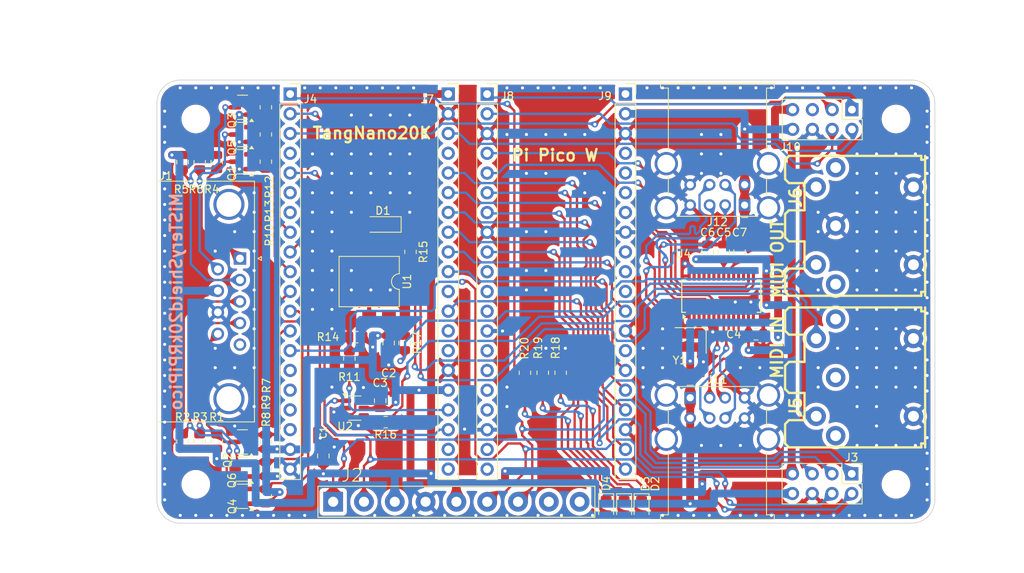
<source format=kicad_pcb>
(kicad_pcb (version 20240108) (generator "pcbnew") (generator_version "8.0")
  (title_block (title "MiSTeryShield20kRPiPico") (date "2025-01-30") (rev "V1") (company "Michał Späte") (comment 3 "(c) 2025 by Stefan Voss") (comment 4 "MiSTery Pi Pico WLAN Shield for Tang Nano 20K"))
  (layers (0 "F.Cu" signal) (31 "B.Cu" signal) (34 "B.Paste" user) (35 "F.Paste" user) (36 "B.SilkS" user "B.Silkscreen") (37 "F.SilkS" user "F.Silkscreen") (38 "B.Mask" user) (39 "F.Mask" user) (44 "Edge.Cuts" user))
  (net 0 "")
  (net 1 "/UP")
  (net 2 "/DOWN")
  (net 3 "/LEFT")
  (net 4 "/RIGHT")
  (net 5 "/BTN1")
  (net 6 "/BTN2")
  (net 8 "Net-(D1-K)")
  (net 9 "GND")
  (net 10 "+5V")
  (net 11 "Net-(D1-A)")
  (net 12 "P73")
  (net 13 "MIDI_RX")
  (net 14 "+3.3V")
  (net 15 "P74")
  (net 16 "/IO_BTN1")
  (net 17 "/IO_DOWN")
  (net 18 "/IO_UP")
  (net 19 "/IO_RIGHT")
  (net 20 "/IO_LEFT")
  (net 21 "/IO_BTN2")
  (net 22 "MIDI_TX")
  (net 23 "P77")
  (net 24 "P31")
  (net 25 "P49")
  (net 26 "/Pi_Pico_USB_Hub/PI_UART_RX")
  (net 34 "Net-(U2-Pad3)")
  (net 38 "Net-(U4-XI)")
  (net 39 "Net-(U4-XO)")
  (net 41 "Net-(D2-K)")
  (net 42 "Net-(D3-K)")
  (net 43 "Net-(D4-K)")
  (net 44 "/Pi_Pico_USB_Hub/UP_D+")
  (net 45 "/Pi_Pico_USB_Hub/MISO")
  (net 46 "/Pi_Pico_USB_Hub/PI_UART_TX")
  (net 47 "/Pi_Pico_USB_Hub/MOSI")
  (net 48 "/Pi_Pico_USB_Hub/UP_D-")
  (net 49 "/Pi_Pico_USB_Hub/IRQ")
  (net 50 "/Pi_Pico_USB_Hub/SCK")
  (net 51 "/Pi_Pico_USB_Hub/CSN")
  (net 52 "/Pi_Pico_USB_Hub/UART_TX")
  (net 53 "/Pi_Pico_USB_Hub/USB1_D+")
  (net 54 "/Pi_Pico_USB_Hub/USB2_D+")
  (net 55 "/Pi_Pico_USB_Hub/USB2_D-")
  (net 56 "/Pi_Pico_USB_Hub/USB1_D-")
  (net 57 "/Pi_Pico_USB_Hub/USB3_D+")
  (net 58 "/Pi_Pico_USB_Hub/USB4_D-")
  (net 59 "/Pi_Pico_USB_Hub/USB3_D-")
  (net 60 "/Pi_Pico_USB_Hub/USB4_D+")
  (net 67 "Net-(J6-Pad4)")
  (net 69 "Net-(J6-Pad5)")
  (net 70 "P75")
  (net 71 "/Pi_Pico_USB_Hub/RECONFGN")
  (net 73 "Net-(R16-Pad1)")
  (net 74 "Net-(R11-Pad1)")
  (net 75 "Net-(J5-Pad5)")
  (net 76 "/Pi_Pico_USB_Hub/3V3")
  (net 77 "Net-(D2-A)")
  (net 78 "Net-(D3-A)")
  (net 79 "Net-(D4-A)")
  (footprint "Resistor_SMD:R_0805_2012Metric" (layer "F.Cu") (at 96.632 74.4325 -90)
    (property "Reference" "R11")
    (property "Value" "220")
  )
  (footprint "Resistor_SMD:R_0805_2012Metric" (layer "F.Cu") (at 123.792 76.25 90)
    (property "Reference" "R18")
    (property "Value" "560")
  )
  (footprint "Resistor_SMD:R_0805_2012Metric" (layer "F.Cu") (at 85.892 92.15 -90)
    (property "Reference" "R8")
    (property "Value" "10k")
  )
  (footprint "MiSTeryShield20kRPiPico:DS2_Port_Connector" (layer "F.Cu") (at 110.392 92.85 180)
    (property "Reference" "J2")
    (property "Value" "DS2")
  )
  (footprint "Connector_PinSocket_2.54mm:PinSocket_1x20_P2.54mm_Vertical" (layer "F.Cu") (at 132.122 40.39)
    (property "Reference" "J9")
    (property "Value" "Conn_01x20_Pin")
  )
  (footprint "Capacitor_SMD:C_0805_2012Metric" (layer "F.Cu") (at 142.692 60.7 -90)
    (property "Reference" "C6")
    (property "Value" "100nF")
  )
  (footprint "Package_TO_SOT_SMD:SOT-23" (layer "F.Cu") (at 82.892 92.15 180)
    (property "Reference" "Q4")
    (property "Value" "BSS123")
  )
  (footprint "Resistor_SMD:R_0805_2012Metric" (layer "F.Cu") (at 104.492 60.7 90)
    (property "Reference" "R15")
    (property "Value" "220")
  )
  (footprint "Connector_PinHeader_2.54mm:PinHeader_2x04_P2.54mm_Vertical" (layer "F.Cu") (at 161.232 42.4 -90)
    (property "Reference" "J10")
    (property "Value" "Conn_02x04_Pin" (hide yes))
  )
  (footprint "MountingHole:MountingHole_3.2mm_M3" (layer "F.Cu") (at 166.892 90.6)
    (property "Reference" "H3" (hide yes))
    (property "Value" "MountingHole" (hide yes))
  )
  (footprint "Crystal:Crystal_SMD_3225-4Pin_3.2x2.5mm" (layer "F.Cu") (at 140.492 72.1 180)
    (property "Reference" "Y1")
    (property "Value" "Crystal_GND24")
  )
  (footprint "Resistor_SMD:R_0805_2012Metric" (layer "F.Cu") (at 85.9045 45.6 -90)
    (property "Reference" "R13")
    (property "Value" "10k")
  )
  (footprint "Capacitor_SMD:C_0805_2012Metric" (layer "F.Cu") (at 144.7595 60.7 -90)
    (property "Reference" "C5")
    (property "Value" "10uF")
  )
  (footprint "LED_SMD:LED_0805_2012Metric" (layer "F.Cu") (at 131.952 93.5 -90)
    (property "Reference" "D3")
    (property "Value" "green")
  )
  (footprint "Capacitor_SMD:C_0805_2012Metric" (layer "F.Cu") (at 146.792 60.7 -90)
    (property "Reference" "C7")
    (property "Value" "1uF")
  )
  (footprint "Resistor_SMD:R_0805_2012Metric" (layer "F.Cu") (at 97.532 71.67)
    (property "Reference" "R14")
    (property "Value" "10k")
  )
  (footprint "Resistor_SMD:R_0805_2012Metric" (layer "F.Cu") (at 85.892 88.65 -90)
    (property "Reference" "R9")
    (property "Value" "10k")
  )
  (footprint "Capacitor_SMD:C_0805_2012Metric" (layer "F.Cu") (at 101.682 72.42 90)
    (property "Reference" "C2")
    (property "Value" "100nF")
  )
  (footprint "LED_SMD:LED_0805_2012Metric" (layer "F.Cu") (at 134.192 93.5 -90)
    (property "Reference" "D2")
    (property "Value" "green")
  )
  (footprint "Connector_Dsub:DSUB-9_Male_Horizontal_P2.77x2.84mm_EdgePinOffset7.70mm_Housed_MountingHolesOffset9.12mm" (layer "F.Cu") (at 82.572331 61.55 -90)
    (property "Reference" "J1")
    (property "Value" "Joystick")
  )
  (footprint "Capacitor_SMD:C_0805_2012Metric" (layer "F.Cu") (at 93.292 86.95 -90)
    (property "Reference" "C1")
    (property "Value" "100nF")
  )
  (footprint "Connector_PinHeader_2.54mm:PinHeader_2x04_P2.54mm_Vertical" (layer "F.Cu") (at 161.212 89.25 -90)
    (property "Reference" "J3")
    (property "Value" "Conn_02x04_Pin")
  )
  (footprint "Resistor_SMD:R_0805_2012Metric" (layer "F.Cu") (at 85.9045 49.1 -90)
    (property "Reference" "R10")
    (property "Value" "10k")
  )
  (footprint "MountingHole:MountingHole_3.2mm_M3" (layer "F.Cu") (at 166.892 43.6)
    (property "Reference" "H2" (hide yes))
    (property "Value" "MountingHole" (hide yes))
  )
  (footprint "Connector_PinSocket_2.54mm:PinSocket_1x20_P2.54mm_Vertical" (layer "F.Cu") (at 89.022 40.39)
    (property "Reference" "J4")
    (property "Value" "Conn_01x20_Pin")
  )
  (footprint "Resistor_SMD:R_0805_2012Metric" (layer "F.Cu") (at 79.592 85.1 -90)
    (property "Reference" "R1")
    (property "Value" "10k")
  )
  (footprint "Package_DIP:SMDIP-6_W9.53mm" (layer "F.Cu") (at 99.182 64.52 -90)
    (property "Reference" "U1")
    (property "Value" "H11L1S")
  )
  (footprint "Resistor_SMD:R_0805_2012Metric" (layer "F.Cu") (at 85.892 85.15 -90)
    (property "Reference" "R7")
    (property "Value" "10k")
  )
  (footprint "Resistor_SMD:R_0805_2012Metric" (layer "F.Cu") (at 103.732 72.42 90)
    (property "Reference" "R17")
    (property "Value" "47")
  )
  (footprint "Package_TO_SOT_SMD:SOT-23" (layer "F.Cu") (at 82.892 88.65 180)
    (property "Reference" "Q6")
    (property "Value" "BSS123")
  )
  (footprint "MiSTeryShield20kRPiPico:DIN-5_180degree" (layer "F.Cu") (at 162.142 76.85 90)
    (property "Reference" "J5")
    (property "Value" "MIDI IN")
  )
  (footprint "Resistor_SMD:R_0805_2012Metric" (layer "F.Cu") (at 77.392 85.1 -90)
    (property "Reference" "R3")
    (property "Value" "10k")
  )
  (footprint "Package_TO_SOT_SMD:SOT-23" (layer "F.Cu") (at 82.892 85.15 180)
    (property "Reference" "Q2")
    (property "Value" "BSS123")
  )
  (footprint "Resistor_SMD:R_0805_2012Metric" (layer "F.Cu") (at 77.392 49.15 90)
    (property "Reference" "R6")
    (property "Value" "10k")
  )
  (footprint "Connector_PinSocket_2.54mm:PinSocket_1x20_P2.54mm_Vertical" (layer "F.Cu") (at 114.341 40.4)
    (property "Reference" "J8")
    (property "Value" "Conn_01x20_Pin")
  )
  (footprint "Resistor_SMD:R_0805_2012Metric" (layer "F.Cu") (at 119.202 76.25 90)
    (property "Reference" "R20")
    (property "Value" "560")
  )
  (footprint "Diode_SMD:D_SOD-123" (layer "F.Cu") (at 100.932 57.17 180)
    (property "Reference" "D1")
    (property "Value" "1N4148W")
  )
  (footprint "Package_TO_SOT_SMD:SOT-23" (layer "F.Cu") (at 82.9045 45.6 180)
    (property "Reference" "Q5")
    (property "Value" "BSS123")
  )
  (footprint "LED_SMD:LED_0805_2012Metric" (layer "F.Cu") (at 129.642 93.5 -90)
    (property "Reference" "D4")
    (property "Value" "green")
  )
  (footprint "Resistor_SMD:R_0805_2012Metric" (layer "F.Cu") (at 101.3045 82.6)
    (property "Reference" "R16")
    (property "Value" "47")
  )
  (footprint "Package_TO_SOT_SMD:SOT-23" (layer "F.Cu") (at 82.9045 49.1 180)
    (property "Reference" "Q1")
    (property "Value" "BSS123")
  )
  (footprint "Capacitor_SMD:C_0805_2012Metric" (layer "F.Cu") (at 148.892 71.3 180)
    (property "Reference" "C4")
    (property "Value" "1uF")
  )
  (footprint "Connector_PinSocket_2.54mm:PinSocket_1x20_P2.54mm_Vertical" (layer "F.Cu") (at 109.342 40.39)
    (property "Reference" "J7")
    (property "Value" "Conn_01x20_Pin")
  )
  (footprint "MiSTeryShield20kRPiPico:DIN-5_180degree" (layer "F.Cu") (at 162.142 57.35 90)
    (property "Reference" "J6")
    (property "Value" "MIDI OUT")
  )
  (footprint "MiSTeryShield20kRPiPico:USB_A_Wuerth_61400826021_Horizontal_Stacked" (layer "F.Cu") (at 147.442 54.68 180)
    (property "Reference" "J12")
    (property "Value" "USB_A_Stacked" (hide yes))
  )
  (footprint "Capacitor_SMD:C_0805_2012Metric" (layer "F.Cu") (at 100.592 79.85 -90)
    (property "Reference" "C3")
    (property "Value" "100nF")
  )
  (footprint "Package_TO_SOT_SMD:SOT-23" (layer "F.Cu") (at 82.9045 42.1 180)
    (property "Reference" "Q3")
    (property "Value" "BSS123")
  )
  (footprint "MountingHole:MountingHole_3.2mm_M3" (layer "F.Cu") (at 76.892 43.6)
    (property "Reference" "H1" (hide yes))
    (property "Value" "MountingHole" (hide yes))
  )
  (footprint "Resistor_SMD:R_0805_2012Metric" (layer "F.Cu") (at 75.192 49.15 90)
    (property "Reference" "R5")
    (property "Value" "10k")
  )
  (footprint "Resistor_SMD:R_0805_2012Metric" (layer "F.Cu") (at 75.192 85.1 -90)
    (property "Reference" "R2")
    (property "Value" "10k")
  )
  (footprint "Resistor_SMD:R_0805_2012Metric" (layer "F.Cu") (at 85.9045 42.1 -90)
    (property "Reference" "R12")
    (property "Value" "10k")
  )
  (footprint "Resistor_SMD:R_0805_2012Metric" (layer "F.Cu") (at 79.592 49.15 90)
    (property "Reference" "R4")
    (property "Value" "10k")
  )
  (footprint "MountingHole:MountingHole_3.2mm_M3" (layer "F.Cu") (at 76.892 90.6)
    (property "Reference" "H4" (hide yes))
    (property "Value" "MountingHole" (hide yes))
  )
  (footprint "Resistor_SMD:R_0805_2012Metric" (layer "F.Cu") (at 121.492 76.25 90)
    (property "Reference" "R19")
    (property "Value" "560")
  )
  (footprint "MiSTeryShield20kRPiPico:USB_A_Wuerth_61400826021_Horizontal_Stacked" (layer "F.Cu") (at 140.442 79.47)
    (property "Reference" "J11")
    (property "Value" "USB_A_Stacked" (hide yes))
  )
  (footprint "Package_SO:SSOP-28_3.9x9.9mm_P0.635mm" (layer "F.Cu") (at 144.442 66.4 90)
    (property "Reference" "U4")
    (property "Value" "CH334U")
  )
  (footprint "Package_TO_SOT_SMD:SOT-23-6" (layer "F.Cu") (at 97.342 80.8)
    (property "Reference" "U2")
    (property "Value" "74LVC2G14")
  )
  (gr_arc (start 168.892 38.6) (mid 171.01332 39.47868) (end 171.892 41.6) (stroke (width 0.1)) (layer "Edge.Cuts"))
  (gr_line (start 168.892 38.6) (end 74.892 38.6) (stroke (width 0.1)) (layer "Edge.Cuts"))
  (gr_line (start 171.892 92.6) (end 171.892 41.6) (stroke (width 0.1)) (layer "Edge.Cuts"))
  (gr_line (start 74.892 95.6) (end 168.892 95.6) (stroke (width 0.1)) (layer "Edge.Cuts"))
  (gr_arc (start 74.892 95.6) (mid 72.77068 94.72132) (end 71.892 92.6) (stroke (width 0.1)) (layer "Edge.Cuts"))
  (gr_line (start 71.892 41.6) (end 71.892 92.6) (stroke (width 0.1)) (layer "Edge.Cuts"))
  (gr_arc (start 71.892 41.6) (mid 72.77068 39.47868) (end 74.892 38.6) (stroke (width 0.1)) (layer "Edge.Cuts"))
  (gr_arc (start 171.892 92.6) (mid 171.01332 94.72132) (end 168.892 95.6) (stroke (width 0.1)) (layer "Edge.Cuts"))
  (gr_text "MiSTeryShield20kRPiPico\n" (at 75.242 67.1 90) (layer "B.SilkS") (effects (font (size 1.5 1.5) (thickness 0.3) (bold yes)) (justify bottom mirror)))
  (gr_text "TangNano20K" (at 91.742 46.3 0) (layer "F.SilkS") (effects (font (size 1.5 1.5) (thickness 0.3) (bold yes)) (justify left bottom)))
  (gr_text "Pi Pico W" (at 117.342 49.15 0) (layer "F.SilkS") (effects (font (size 1.5 1.5) (thickness 0.3) (bold yes)) (justify left bottom)))
  (segment (start 81.967 49.1) (end 80.5545 49.1) (width 0.3) (layer "F.Cu") (net 1))
  (segment (start 78.442 57.419669) (end 78.442 51.2125) (width 0.3) (layer "F.Cu") (net 1))
  (segment (start 80.5545 49.1) (end 79.592 50.0625) (width 0.3) (layer "F.Cu") (net 1))
  (segment (start 78.442 51.2125) (end 79.592 50.0625) (width 0.3) (layer "F.Cu") (net 1))
  (segment (start 82.572331 61.55) (end 78.442 57.419669) (width 0.3) (layer "F.Cu") (net 1))
  (segment (start 75.192 50.55) (end 75.192 50.0625) (width 0.3) (layer "F.Cu") (net 2))
  (segment (start 81.967 42.1) (end 80.692 42.1) (width 0.3) (layer "F.Cu") (net 2))
  (segment (start 76.242 51.6) (end 75.192 50.55) (width 0.3) (layer "F.Cu") (net 2))
  (via (at 76.242 51.6) (size 0.8) (drill 0.4) (layers "F.Cu" "B.Cu") (net 2))
  (via (at 80.692 42.1) (size 0.8) (drill 0.4) (layers "F.Cu" "B.Cu") (net 2))
  (segment (start 79.892 49.2) (end 79.892 45.289339) (width 0.3) (layer "B.Cu") (net 2))
  (segment (start 76.988446 49.95) (end 79.142 49.95) (width 0.3) (layer "B.Cu") (net 2))
  (segment (start 76.242 50.696446) (end 76.988446 49.95) (width 0.3) (layer "B.Cu") (net 2))
  (segment (start 78.312 64.32) (end 82.572331 64.32) (width 0.3) (layer "B.Cu") (net 2))
  (segment (start 80.331339 44.85) (end 80.342 44.85) (width 0.3) (layer "B.Cu") (net 2))
  (segment (start 80.342 44.85) (end 80.692 44.5) (width 0.3) (layer "B.Cu") (net 2))
  (segment (start 76.242 51.6) (end 76.242 50.696446) (width 0.3) (layer "B.Cu") (net 2))
  (segment (start 79.892 45.289339) (end 80.331339 44.85) (width 0.3) (layer "B.Cu") (net 2))
  (segment (start 79.142 49.95) (end 79.892 49.2) (width 0.3) (layer "B.Cu") (net 2))
  (segment (start 80.692 44.5) (end 80.692 42.1) (width 0.3) (layer "B.Cu") (net 2))
  (segment (start 76.242 51.6) (end 76.242 62.25) (width 0.3) (layer "B.Cu") (net 2))
  (segment (start 76.242 62.25) (end 78.312 64.32) (width 0.3) (layer "B.Cu") (net 2))
  (segment (start 80.867 87.925) (end 80.867 91.0625) (width 0.3) (layer "F.Cu") (net 3))
  (segment (start 76.142 83.05) (end 76.142 69.4) (width 0.3) (layer "F.Cu") (net 3))
  (segment (start 76.142 83.05) (end 75.192 84) (width 0.3) (layer "F.Cu") (net 3))
  (segment (start 80.867 91.0625) (end 81.9545 92.15) (width 0.3) (layer "F.Cu") (net 3))
  (segment (start 81.192 87.6) (end 80.867 87.925) (width 0.3) (layer "F.Cu") (net 3))
  (segment (start 78.452 67.09) (end 82.572331 67.09) (width 0.3) (layer "F.Cu") (net 3))
  (segment (start 81.192 86.3) (end 81.192 87.6) (width 0.3) (layer "F.Cu") (net 3))
  (segment (start 76.142 69.4) (end 78.452 67.09) (width 0.3) (layer "F.Cu") (net 3))
  (via (at 76.142 83.05) (size 0.8) (drill 0.4) (layers "F.Cu" "B.Cu") (net 3))
  (via (at 81.192 86.3) (size 0.8) (drill 0.4) (layers "F.Cu" "B.Cu") (net 3))
  (segment (start 77.392 84.3) (end 76.142 83.05) (width 0.3) (layer "B.Cu") (net 3))
  (segment (start 81.192 86.3) (end 81.192 85.5) (width 0.3) (layer "B.Cu") (net 3))
  (segment (start 79.992 84.3) (end 77.392 84.3) (width 0.3) (layer "B.Cu") (net 3))
  (segment (start 81.192 85.5) (end 79.992 84.3) (width 0.3) (layer "B.Cu") (net 3))
  (segment (start 82.192003 87.649997) (end 81.9545 87.8875) (width 0.3) (layer "F.Cu") (net 4))
  (segment (start 78.732 69.86) (end 77.392 71.2) (width 0.3) (layer "F.Cu") (net 4))
  (segment (start 77.392 71.2) (end 77.392 83.05) (width 0.3) (layer "F.Cu") (net 4))
  (segment (start 81.9545 87.8875) (end 81.9545 88.65) (width 0.3) (layer "F.Cu") (net 4))
  (segment (start 77.392 83.05) (end 77.392 84.1875) (width 0.3) (layer "F.Cu") (net 4))
  (segment (start 82.572331 69.86) (end 78.732 69.86) (width 0.3) (layer "F.Cu") (net 4))
  (segment (start 82.192003 86.3) (end 82.192003 87.649997) (width 0.3) (layer "F.Cu") (net 4))
  (via (at 82.192003 86.3) (size 0.8) (drill 0.4) (layers "F.Cu" "B.Cu") (net 4))
  (via (at 77.392 83.05) (size 0.8) (drill 0.4) (layers "F.Cu" "B.Cu") (net 4))
  (segment (start 80.192 83.7) (end 82.192003 85.700003) (width 0.3) (layer "B.Cu") (net 4))
  (segment (start 78.042 83.7) (end 80.192 83.7) (width 0.3) (layer "B.Cu") (net 4))
  (segment (start 82.192003 85.700003) (end 82.192003 86.3) (width 0.3) (layer "B.Cu") (net 4))
  (segment (start 77.392 83.05) (end 78.042 83.7) (width 0.3) (layer "B.Cu") (net 4))
  (segment (start 81.967 45.6) (end 80.642 45.6) (width 0.3) (layer "F.Cu") (net 5))
  (segment (start 77.392 51.6) (end 77.392 50.0625) (width 0.3) (layer "F.Cu") (net 5))
  (via (at 77.392 51.6) (size 0.8) (drill 0.4) (layers "F.Cu" "B.Cu") (net 5))
  (via (at 80.642 45.6) (size 0.8) (drill 0.4) (layers "F.Cu" "B.Cu") (net 5))
  (segment (start 79.732331 62.935) (end 77.392 60.594669) (width 0.3) (layer "B.Cu") (net 5))
  (segment (start 80.642 45.6) (end 80.642 49.45) (width 0.3) (layer "B.Cu") (net 5))
  (segment (start 77.392 50.95) (end 77.392 51.6) (width 0.3) (layer "B.Cu") (net 5))
  (segment (start 80.642 49.45) (end 79.542 50.55) (width 0.3) (layer "B.Cu") (net 5))
  (segment (start 77.792 50.55) (end 77.392 50.95) (width 0.3) (layer "B.Cu") (net 5))
  (segment (start 77.392 60.594669) (end 77.392 51.6) (width 0.3) (layer "B.Cu") (net 5))
  (segment (start 79.542 50.55) (end 77.792 50.55) (width 0.3) (layer "B.Cu") (net 5))
  (segment (start 79.732331 71.245) (end 78.342 72.635331) (width 0.3) (layer "F.Cu") (net 6))
  (segment (start 81.9545 85.15) (end 80.5545 85.15) (width 0.3) (layer "F.Cu") (net 6))
  (segment (start 78.342 82.9375) (end 79.592 84.1875) (width 0.3) (layer "F.Cu") (net 6))
  (segment (start 80.5545 85.15) (end 79.592 84.1875) (width 0.3) (layer "F.Cu") (net 6))
  (segment (start 78.342 72.635331) (end 78.342 82.9375) (width 0.3) (layer "F.Cu") (net 6))
  (segment (start 101.722 59.755) (end 101.722 58.03) (width 0.3) (layer "F.Cu") (net 8))
  (segment (start 104.492 59.7875) (end 101.7545 59.7875) (width 0.3) (layer "F.Cu") (net 8))
  (segment (start 101.722 58.03) (end 102.582 57.17) (width 0.3) (layer "F.Cu") (net 8))
  (segment (start 99.182 65.81) (end 99.392 65.6) (width 0.508) (layer "F.Cu") (net 9))
  (segment (start 99.182 69.285) (end 99.182 65.81) (width 0.508) (layer "F.Cu") (net 9))
  (segment (start 140.3145 69.7275) (end 139.392 70.65) (width 0.3) (layer "F.Cu") (net 9))
  (segment (start 147.2995 68.2075) (end 146.242 67.15) (width 0.3) (layer "F.Cu") (net 9))
  (segment (start 96.2045 80.8) (end 95.142 80.8) (width 0.3) (layer "F.Cu") (net 9))
  (segment (start 94.492 86) (end 94.692 85.8) (width 0.3) (layer "F.Cu") (net 9))
  (segment (start 139.392 70.65) (end 139.392 71.25) (width 0.3) (layer "F.Cu") (net 9))
  (segment (start 93.292 86) (end 94.492 86) (width 0.3) (layer "F.Cu") (net 9))
  (segment (start 93.292 85.05) (end 92.892 84.65) (width 0.3) (layer "F.Cu") (net 9))
  (segment (start 140.3145 69) (end 140.3145 69.7275) (width 0.3) (layer "F.Cu") (net 9))
  (segment (start 147.2995 69) (end 147.2995 68.2075) (width 0.3) (layer "F.Cu") (net 9))
  (segment (start 93.292 86) (end 93.292 85.05) (width 0.3) (layer "F.Cu") (net 9))
  (segment (start 95.142 80.8) (end 94.642 81.3) (width 0.3) (layer "F.Cu") (net 9))
  (segment (start 101.682 75.24) (end 101.692 75.25) (width 0.3) (layer "F.Cu") (net 9))
  (segment (start 101.682 73.37) (end 101.682 75.24) (width 0.3) (layer "F.Cu") (net 9))
  (segment (start 140.3145 62.7225) (end 139.792 62.2) (width 0.3) (layer "F.Cu") (net 9))
  (segment (start 140.3145 63.8) (end 140.3145 62.7225) (width 0.3) (layer "F.Cu") (net 9))
  (via (at 170.892 88.6) (size 0.8) (drill 0.4) (layers "F.Cu" "B.Cu") (net 9))
  (via (at 74.892 94.6) (size 0.8) (drill 0.4) (layers "F.Cu" "B.Cu") (net 9))
  (via (at 161.892 50.6) (size 0.8) (drill 0.4) (layers "F.Cu" "B.Cu") (net 9))
  (via (at 164.392 75.6) (size 0.8) (drill 0.4) (layers "F.Cu" "B.Cu") (net 9))
  (via (at 166.892 55.6) (size 0.8) (drill 0.4) (layers "F.Cu" "B.Cu") (net 9))
  (via (at 91.892 55.6) (size 0.8) (drill 0.4) (layers "F.Cu" "B.Cu") (net 9))
  (via (at 166.892 58.1) (size 0.8) (drill 0.4) (layers "F.Cu" "B.Cu") (net 9))
  (via (at 164.392 60.6) (size 0.8) (drill 0.4) (layers "F.Cu" "B.Cu") (net 9))
  (via (at 82.892 39.6) (size 0.8) (drill 0.4) (layers "F.Cu" "B.Cu") (net 9))
  (via (at 84.892 39.6) (size 0.8) (drill 0.4) (layers "F.Cu" "B.Cu") (net 9))
  (via (at 72.892 92.6) (size 0.8) (drill 0.4) (layers "F.Cu" "B.Cu") (net 9))
  (via (at 72.892 82.6) (size 0.8) (drill 0.4) (layers "F.Cu" "B.Cu") (net 9))
  (via (at 166.892 78.1) (size 0.8) (drill 0.4) (layers "F.Cu" "B.Cu") (net 9))
  (via (at 72.892 84.6) (size 0.8) (drill 0.4) (layers "F.Cu" "B.Cu") (net 9))
  (via (at 99.392 43.1) (size 0.8) (drill 0.4) (layers "F.Cu" "B.Cu") (net 9))
  (via (at 156.892 65.6) (size 0.8) (drill 0.4) (layers "F.Cu" "B.Cu") (net 9))
  (via (at 99.392 50.6) (size 0.8) (drill 0.4) (layers "F.Cu" "B.Cu") (net 9))
  (via (at 164.392 53.1) (size 0.8) (drill 0.4) (layers "F.Cu" "B.Cu") (net 9))
  (via (at 136.892 75.6) (size 0.8) (drill 0.4) (layers "F.Cu" "B.Cu") (net 9))
  (via (at 161.892 63.1) (size 0.8) (drill 0.4) (layers "F.Cu" "B.Cu") (net 9))
  (via (at 141.892 45.6) (size 0.8) (drill 0.4) (layers "F.Cu" "B.Cu") (net 9))
  (via (at 144.392 50.6) (size 0.8) (drill 0.4) (layers "F.Cu" "B.Cu") (net 9))
  (via (at 72.892 50.6) (size 0.8) (drill 0.4) (layers "F.Cu" "B.Cu") (net 9))
  (via (at 134.892 39.6) (size 0.8) (drill 0.4) (layers "F.Cu" "B.Cu") (net 9))
  (via (at 168.892 94.6) (size 0.8) (drill 0.4) (layers "F.Cu" "B.Cu") (net 9))
  (via (at 160.892 39.6) (size 0.8) (drill 0.4) (layers "F.Cu" "B.Cu") (net 9))
  (via (at 72.892 52.6) (size 0.8) (drill 0.4) (layers "F.Cu" "B.Cu") (net 9))
  (via (at 161.892 58.1) (size 0.8) (drill 0.4) (layers "F.Cu" "B.Cu") (net 9))
  (via (at 170.892 68.6) (size 0.8) (drill 0.4) (layers "F.Cu" "B.Cu") (net 9))
  (via (at 91.892 60.6) (size 0.8) (drill 0.4) (layers "F.Cu" "B.Cu") (net 9))
  (via (at 72.892 70.6) (size 0.8) (drill 0.4) (layers "F.Cu" "B.Cu") (net 9))
  (via (at 168.892 39.6) (size 0.8) (drill 0.4) (layers "F.Cu" "B.Cu") (net 9))
  (via (at 116.892 45.6) (size 0.8) (drill 0.4) (layers "F.Cu" "B.Cu") (net 9))
  (via (at 148.892 39.6) (size 0.8) (drill 0.4) (layers "F.Cu" "B.Cu") (net 9))
  (via (at 94.392 53.1) (size 0.8) (drill 0.4) (layers "F.Cu" "B.Cu") (net 9))
  (via (at 104.392 48.1) (size 0.8) (drill 0.4) (layers "F.Cu" "B.Cu") (net 9))
  (via (at 84.392 58.1) (size 0.8) (drill 0.4) (layers "F.Cu" "B.Cu") (net 9))
  (via (at 72.892 54.6) (size 0.8) (drill 0.4) (layers "F.Cu" "B.Cu") (net 9))
  (via (at 91.892 53.1) (size 0.8) (drill 0.4) (layers "F.Cu" "B.Cu") (net 9))
  (via (at 72.892 60.6) (size 0.8) (drill 0.4) (layers "F.Cu" "B.Cu") (net 9))
  (via (at 119.392 58.1) (size 0.8) (drill 0.4) (layers "F.Cu" "B.Cu") (net 9))
  (via (at 169.392 58.1) (size 0.8) (drill 0.4) (layers "F.Cu" "B.Cu") (net 9))
  (via (at 166.892 48.1) (size 0.8) (drill 0.4) (layers "F.Cu" "B.Cu") (net 9))
  (via (at 76.892 39.6) (size 0.8) (drill 0.4) (layers "F.Cu" "B.Cu") (net 9))
  (via (at 144.892 39.6) (size 0.8) (drill 0.4) (layers "F.Cu" "B.Cu") (net 9))
  (via (at 161.892 55.6) (size 0.8) (drill 0.4) (layers "F.Cu" "B.Cu") (net 9))
  (via (at 164.392 68.1) (size 0.8) (drill 0.4) (layers "F.Cu" "B.Cu") (net 9))
  (via (at 144.392 48.1) (size 0.8) (drill 0.4) (layers "F.Cu" "B.Cu") (net 9))
  (via (at 94.392 48.1) (size 0.8) (drill 0.4) (layers "F.Cu" "B.Cu") (net 9))
  (via (at 112.892 94.6) (size 0.8) (drill 0.4) (layers "F.Cu" "B.Cu") (net 9))
  (via (at 72.892 64.6) (size 0.8) (drill 0.4) (layers "F.Cu" "B.Cu") (net 9))
  (via (at 121.892 58.1) (size 0.8) (drill 0.4) (layers "F.Cu" "B.Cu") (net 9))
  (via (at 80.892 94.6) (size 0.8) (drill 0.4) (layers "F.Cu" "B.Cu") (net 9))
  (via (at 104.892 39.6) (size 0.8) (drill 0.4) (layers "F.Cu" "B.Cu") (net 9))
  (via (at 156.892 68.1) (size 0.8) (drill 0.4) (layers "F.Cu" "B.Cu") (net 9))
  (via (at 139.792 62.2) (size 0.8) (drill 0.4) (layers "F.Cu" "B.Cu") (net 9))
  (via (at 121.892 50.6) (size 0.8) (drill 0.4) (layers "F.Cu" "B.Cu") (net 9))
  (via (at 96.892 55.6) (size 0.8) (drill 0.4) (layers "F.Cu" "B.Cu") (net 9))
  (via (at 101.892 53.1) (size 0.8) (drill 0.4) (layers "F.Cu" "B.Cu") (net 9))
  (via (at 166.892 50.6) (size 0.8) (drill 0.4) (layers "F.Cu" "B.Cu") (net 9))
  (via (at 140.892 39.6) (size 0.8) (drill 0.4) (layers "F.Cu" "B.Cu") (net 9))
  (via (at 164.392 65.6) (size 0.8) (drill 0.4) (layers "F.Cu" "B.Cu") (net 9))
  (via (at 156.892 78.1) (size 0.8) (drill 0.4) (layers "F.Cu" "B.Cu") (net 9))
  (via (at 78.892 39.6) (size 0.8) (drill 0.4) (layers "F.Cu" "B.Cu") (net 9))
  (via (at 92.892 84.65) (size 0.8) (drill 0.4) (layers "F.Cu" "B.Cu") (net 9))
  (via (at 116.892 80.6) (size 0.8) (drill 0.4) (layers "F.Cu" "B.Cu") (net 9))
  (via (at 104.392 53.1) (size 0.8) (drill 0.4) (layers "F.Cu" "B.Cu") (net 9))
  (via (at 119.392 63.1) (size 0.8) (drill 0.4) (layers "F.Cu" "B.Cu") (net 9))
  (via (at 156.892 39.6) (size 0.8) (drill 0.4) (layers "F.Cu" "B.Cu") (net 9))
  (via (at 164.392 80.6) (size 0.8) (drill 0.4) (layers "F.Cu" "B.Cu") (net 9))
  (via (at 164.392 50.6) (size 0.8) (drill 0.4) (layers "F.Cu" "B.Cu") (net 9))
  (via (at 99.892 94.6) (size 0.8) (drill 0.4) (layers "F.Cu" "B.Cu") (net 9))
  (via (at 90.892 39.6) (size 0.8) (drill 0.4) (layers "F.Cu" "B.Cu") (net 9))
  (via (at 72.892 42.6) (size 0.8) (drill 0.4) (layers "F.Cu" "B.Cu") (net 9))
  (via (at 164.392 55.6) (size 0.8) (drill 0.4) (layers "F.Cu" "B.Cu") (net 9))
  (via (at 164.892 39.6) (size 0.8) (drill 0.4) (layers "F.Cu" "B.Cu") (net 9))
  (via (at 94.642 81.3) (size 0.8) (drill 0.4) (layers "F.Cu" "B.Cu") (net 9))
  (via (at 161.892 65.6) (size 0.8) (drill 0.4) (layers "F.Cu" "B.Cu") (net 9))
  (via (at 129.392 53.1) (size 0.8) (drill 0.4) (layers "F.Cu" "B.Cu") (net 9))
  (via (at 164.392 83.1) (size 0.8) (drill 0.4) (layers "F.Cu" "B.Cu") (net 9))
  (via (at 158.892 39.6) (size 0.8) (drill 0.4) (layers "F.Cu" "B.Cu") (net 9))
  (via (at 96.892 65.6) (size 0.8) (drill 0.4) (layers "F.Cu" "B.Cu") (net 9))
  (via (at 84.392 63.1) (size 0.8) (drill 0.4) (layers "F.Cu" "B.Cu") (net 9))
  (via (at 162.892 39.6) (size 0.8) (drill 0.4) (layers "F.Cu" "B.Cu") (net 9))
  (via (at 160.892 94.6) (size 0.8) (drill 0.4) (layers "F.Cu" "B.Cu") (net 9))
  (via (at 86.892 39.6) (size 0.8) (drill 0.4) (layers "F.Cu" "B.Cu") (net 9))
  (via (at 142.142 74.85) (size 0.8) (drill 0.4) (layers "F.Cu" "B.Cu") (net 9))
  (via (at 72.892 88.6) (size 0.8) (drill 0.4) (layers "F.Cu" "B.Cu") (net 9))
  (via (at 164.392 78.1) (size 0.8) (drill 0.4) (layers "F.Cu" "B.Cu") (net 9))
  (via (at 124.392 73.1) (size 0.8) (drill 0.4) (layers "F.Cu" "B.Cu") (net 9))
  (via (at 134.392 78.1) (size 0.8) (drill 0.4) (layers "F.Cu" "B.Cu") (net 9))
  (via (at 96.892 43.1) (size 0.8) (drill 0.4) (layers "F.Cu" "B.Cu") (net 9))
  (via (at 170.892 44.6) (size 0.8) (drill 0.4) (layers "F.Cu" "B.Cu") (net 9))
  (via (at 142.892 39.6) (size 0.8) (drill 0.4) (layers "F.Cu" "B.Cu") (net 9))
  (via (at 150.892 39.6) (size 0.8) (drill 0.4) (layers "F.Cu" "B.Cu") (net 9))
  (via (at 166.892 68.1) (size 0.8) (drill 0.4) (layers "F.Cu" "B.Cu") (net 9))
  (via (at 126.892 45.6) (size 0.8) (drill 0.4) (layers "F.Cu" "B.Cu") (net 9))
  (via (at 169.392 75.6) (size 0.8) (drill 0.4) (layers "F.Cu" "B.Cu") (net 9))
  (via (at 164.392 85.6) (size 0.8) (drill 0.4) (layers "F.Cu" "B.Cu") (net 9))
  (via (at 74.892 39.6) (size 0.8) (drill 0.4) (layers "F.Cu" "B.Cu") (net 9))
  (via (at 146.892 94.6) (size 0.8) (drill 0.4) (layers "F.Cu" "B.Cu") (net 9))
  (via (at 169.392 65.6) (size 0.8) (drill 0.4) (layers "F.Cu" "B.Cu") (net 9))
  (via (at 124.892 39.6) (size 0.8) (drill 0.4) (layers "F.Cu" "B.Cu") (net 9))
  (via (at 79.392 73.1) (size 0.8) (drill 0.4) (layers "F.Cu" "B.Cu") (net 9))
  (via (at 170.892 48.6) (size 0.8) (drill 0.4) (layers "F.Cu" "B.Cu") (net 9))
  (via (at 170.892 58.6) (size 0.8) (drill 0.4) (layers "F.Cu" "B.Cu") (net 9))
  (via (at 161.892 78.1) (size 0.8) (drill 0.4) (layers "F.Cu" "B.Cu") (net 9))
  (via (at 100.892 39.6) (size 0.8) (drill 0.4) (layers "F.Cu" "B.Cu") (net 9))
  (via (at 161.892 75.6) (size 0.8) (drill 0.4) (layers "F.Cu" "B.Cu") (net 9))
  (via (at 146.242 67.15) (size 0.8) (drill 0.4) (layers "F.Cu" "B.Cu") (net 9))
  (via (at 148.892 94.6) (size 0.8) (drill 0.4) (layers "F.Cu" "B.Cu") (net 9))
  (via (at 161.892 70.6) (size 0.8) (drill 0.4) (layers "F.Cu" "B.Cu") (net 9))
  (via (at 72.892 72.6) (size 0.8) (drill 0.4) (layers "F.Cu" "B.Cu") (net 9))
  (via (at 170.892 92.6) (size 0.8) (drill 0.4) (layers "F.Cu" "B.Cu") (net 9))
  (via (at 79.392 75.6) (size 0.8) (drill 0.4) (layers "F.Cu" "B.Cu") (net 9))
  (via (at 136.892 39.6) (size 0.8) (drill 0.4) (layers "F.Cu" "B.Cu") (net 9))
  (via (at 126.892 53.1) (size 0.8) (drill 0.4) (layers "F.Cu" "B.Cu") (net 9))
  (via (at 126.892 50.6) (size 0.8) (drill 0.4) (layers "F.Cu" "B.Cu") (net 9))
  (via (at 78.892 94.6) (size 0.8) (drill 0.4) (layers "F.Cu" "B.Cu") (net 9))
  (via (at 120.892 94.6) (size 0.8) (drill 0.4) (layers "F.Cu" "B.Cu") (net 9))
  (via (at 96.892 48.1) (size 0.8) (drill 0.4) (layers "F.Cu" "B.Cu") (net 9))
  (via (at 96.892 53.1) (size 0.8) (drill 0.4) (layers "F.Cu" "B.Cu") (net 9))
  (via (at 154.892 94.6) (size 0.8) (drill 0.4) (layers "F.Cu" "B.Cu") (net 9))
  (via (at 97.792 83.05) (size 0.8) (drill 0.4) (layers "F.Cu" "B.Cu") (net 9))
  (via (at 166.892 60.6) (size 0.8) (drill 0.4) (layers "F.Cu" "B.Cu") (net 9))
  (via (at 84.392 65.6) (size 0.8) (drill 0.4) (layers "F.Cu" "B.Cu") (net 9))
  (via (at 169.392 68.1) (size 0.8) (drill 0.4) (layers "F.Cu" "B.Cu") (net 9))
  (via (at 170.892 84.6) (size 0.8) (drill 0.4) (layers "F.Cu" "B.Cu") (net 9))
  (via (at 149.392 75.6) (size 0.8) (drill 0.4) (layers "F.Cu" "B.Cu") (net 9))
  (via (at 94.892 39.6) (size 0.8) (drill 0.4) (layers "F.Cu" "B.Cu") (net 9))
  (via (at 72.892 58.6) (size 0.8) (drill 0.4) (layers "F.Cu" "B.Cu") (net 9))
  (via (at 166.892 94.6) (size 0.8) (drill 0.4) (layers "F.Cu" "B.Cu") (net 9))
  (via (at 98.442 78.15) (size 0.8) (drill 0.4) (layers "F.Cu" "B.Cu") (net 9))
  (via (at 169.392 78.1) (size 0.8) (drill 0.4) (layers "F.Cu" "B.Cu") (net 9))
  (via (at 101.892 48.1) (size 0.8) (drill 0.4) (layers "F.Cu" "B.Cu") (net 9))
  (via (at 142.892 94.6) (size 0.8) (drill 0.4) (layers "F.Cu" "B.Cu") (net 9))
  (via (at 170.892 86.6) (size 0.8) (drill 0.4) (layers "F.Cu" "B.Cu") (net 9))
  (via (at 72.892 62.6) (size 0.8) (drill 0.4) (layers "F.Cu" "B.Cu") (net 9))
  (via (at 156.892 55.6) (size 0.8) (drill 0.4) (layers "F.Cu" "B.Cu") (net 9))
  (via (at 121.892 65.6) (size 0.8) (drill 0.4) (layers "F.Cu" "B.Cu") (net 9))
  (via (at 134.392 75.6) (size 0.8) (drill 0.4) (layers "F.Cu" "B.Cu") (net 9))
  (via (at 170.892 54.6) (size 0.8) (drill 0.4) (layers "F.Cu" "B.Cu") (net 9))
  (via (at 96.892 50.6) (size 0.8) (drill 0.4) (layers "F.Cu" "B.Cu") (net 9))
  (via (at 138.892 39.6) (size 0.8) (drill 0.4) (layers "F.Cu" "B.Cu") (net 9))
  (via (at 154.892 39.6) (size 0.8) (drill 0.4) (layers "F.Cu" "B.Cu") (net 9))
  (via (at 72.892 68.6) (size 0.8) (drill 0.4) (layers "F.Cu" "B.Cu") (net 9))
  (via (at 121.892 63.1) (size 0.8) (drill 0.4) (layers "F.Cu" "B.Cu") (net 9))
  (via (at 90.892 94.6) (size 0.8) (drill 0.4) (layers "F.Cu" "B.Cu") (net 9))
  (via (at 94.392 63.1) (size 0.8) (drill 0.4) (layers "F.Cu" "B.Cu") (net 9))
  (via (at 166.892 39.6) (size 0.8) (drill 0.4) (layers "F.Cu" "B.Cu") (net 9))
  (via (at 170.892 90.6) (size 0.8) (drill 0.4) (layers "F.Cu" "B.Cu") (net 9))
  (via (at 91.892 68.1) (size 0.8) (drill 0.4) (layers "F.Cu" "B.Cu") (net 9))
  (via (at 84.392 80.6) (size 0.8) (drill 0.4) (layers "F.Cu" "B.Cu") (net 9))
  (via (at 84.392 53.1) (size 0.8) (drill 0.4) (layers "F.Cu" "B.Cu") (net 9))
  (via (at 144.392 85.6) (size 0.8) (drill 0.4) (layers "F.Cu" "B.Cu") (net 9))
  (via (at 96.892 63.1) (size 0.8) (drill 0.4) (layers "F.Cu" "B.Cu") (net 9))
  (via (at 166.892 70.6) (size 0.8) (drill 0.4) (layers "F.Cu" "B.Cu") (net 9))
  (via (at 94.392 50.6) (size 0.8) (drill 0.4) (layers "F.Cu" "B.Cu") (net 9))
  (via (at 81.892 83.1) (size 0.8) (drill 0.4) (layers "F.Cu" "B.Cu") (net 9))
  (via (at 72.892 74.6) (size 0.8) (drill 0.4) (layers "F.Cu" "B.Cu") (net 9))
  (via (at 91.892 58.1) (size 0.8) (drill 0.4) (layers "F.Cu" "B.Cu") (net 9))
  (via (at 124.392 45.6) (size 0.8) (drill 0.4) (layers "F.Cu" "B.Cu") (net 9))
  (via (at 101.692 75.25) (size 0.8) (drill 0.4) (layers "F.Cu" "B.Cu") (net 9))
  (via (at 84.892 94.6) (size 0.8) (drill 0.4) (layers "F.Cu" "B.Cu") (net 9))
  (via (at 84.392 60.6) (size 0.8) (drill 0.4) (layers "F.Cu" "B.Cu") (net 9))
  (via (at 159.392 73.1) (size 0.8) (drill 0.4) (layers "F.Cu" "B.Cu") (net 9))
  (via (at 79.392 60.6) (size 0.8) (drill 0.4) (layers "F.Cu" "B.Cu") (net 9))
  (via (at 72.892 90.6) (size 0.8) (drill 0.4) (layers "F.Cu" "B.Cu") (net 9))
  (via (at 136.892 94.6) (size 0.8) (drill 0.4) (layers "F.Cu" "B.Cu") (net 9))
  (via (at 91.892 65.6) (size 0.8) (drill 0.4) (layers "F.Cu" "B.Cu") (net 9))
  (via (at 156.892 75.6) (size 0.8) (drill 0.4) (layers "F.Cu" "B.Cu") (net 9))
  (via (at 123.892 94.6) (size 0.8) (drill 0.4) (layers "F.Cu" "B.Cu") (net 9))
  (via (at 94.692 85.8) (size 0.8) (drill 0.4) (layers "F.Cu" "B.Cu") (net 9))
  (via (at 170.892 78.6) (size 0.8) (drill 0.4) (layers "F.Cu" "B.Cu") (net 9))
  (via (at 170.892 60.6) (size 0.8) (drill 0.4) (layers "F.Cu" "B.Cu") (net 9))
  (via (at 72.892 56.6) (size 0.8) (drill 0.4) (layers "F.Cu" "B.Cu") (net 9))
  (via (at 148.242 67.15) (size 0.8) (drill 0.4) (layers "F.Cu" "B.Cu") (net 9))
  (via (at 119.392 45.6) (size 0.8) (drill 0.4) (layers "F.Cu" "B.Cu") (net 9))
  (via (at 94.392 68.1) (size 0.8) (drill 0.4) (layers "F.Cu" "B.Cu") (net 9))
  (via (at 84.392 55.6) (size 0.8) (drill 0.4) (layers "F.Cu" "B.Cu") (net 9))
  (via (at 169.392 55.6) (size 0.8) (drill 0.4) (layers "F.Cu" "B.Cu") (net 9))
  (via (at 84.392 75.6) (size 0.8) (drill 0.4) (layers "F.Cu" "B.Cu") (net 9))
  (via (at 143.342 71) (size 0.8) (drill 0.4) (layers "F.Cu" "B.Cu") (net 9))
  (via (at 158.892 94.6) (size 0.8) (drill 0.4) (layers "F.Cu" "B.Cu") (net 9))
  (via (at 161.892 85.6) (size 0.8) (drill 0.4) (layers "F.Cu" "B.Cu") (net 9))
  (via (at 84.392 68.1) (size 0.8) (drill 0.4) (layers "F.Cu" "B.Cu") (net 9))
  (via (at 141.892 50.6) (size 0.8) (drill 0.4) (layers "F.Cu" "B.Cu") (net 9))
  (via (at 116.892 94.6) (size 0.8) (drill 0.4) (layers "F.Cu" "B.Cu") (net 9))
  (via (at 72.892 76.6) (size 0.8) (drill 0.4) (layers "F.Cu" "B.Cu") (net 9))
  (via (at 166.892 73.1) (size 0.8) (drill 0.4) (layers "F.Cu" "B.Cu") (net 9))
  (via (at 99.392 65.6) (size 0.8) (drill 0.4) (layers "F.Cu" "B.Cu") (net 9))
  (via (at 76.892 94.6) (size 0.8) (drill 0.4) (layers "F.Cu" "B.Cu") (net 9))
  (via (at 120.892 39.6) (size 0.8) (drill 0.4) (layers "F.Cu" "B.Cu") (net 9))
  (via (at 141.892 85.6) (size 0.8) (drill 0.4) (layers "F.Cu" "B.Cu") (net 9))
  (via (at 108.892 94.6) (size 0.8) (drill 0.4) (layers "F.Cu" "B.Cu") (net 9))
  (via (at 140.892 94.6) (size 0.8) (drill 0.4) (layers "F.Cu" "B.Cu") (net 9))
  (via (at 138.892 94.6) (size 0.8) (drill 0.4) (layers "F.Cu" "B.Cu") (net 9))
  (via (at 81.892 58.1) (size 0.8) (drill 0.4) (layers "F.Cu" "B.Cu") (net 9))
  (via (at 91.892 63.1) (size 0.8) (drill 0.4) (layers "F.Cu" "B.Cu") (net 9))
  (via (at 170.892 76.6) (size 0.8) (drill 0.4) (layers "F.Cu" "B.Cu") (net 9))
  (via (at 169.392 48.1) (size 0.8) (drill 0.4) (layers "F.Cu" "B.Cu") (net 9))
  (via (at 99.392 48.1) (size 0.8) (drill 0.4) (layers "F.Cu" "B.Cu") (net 9))
  (via (at 127.892 94.6) (size 0.8) (drill 0.4) (layers "F.Cu" "B.Cu") (net 9))
  (via (at 118.892 39.6) (size 0.8) (drill 0.4) (layers "F.Cu" "B.Cu") (net 9))
  (via (at 72.892 78.6) (size 0.8) (drill 0.4) (layers "F.Cu" "B.Cu") (net 9))
  (via (at 161.892 60.6) (size 0.8) (drill 0.4) (layers "F.Cu" "B.Cu") (net 9))
  (via (at 72.892 86.6) (size 0.8) (drill 0.4) (layers "F.Cu" "B.Cu") (net 9))
  (via (at 121.892 73.1) (size 0.8) (drill 0.4) (layers "F.Cu" "B.Cu") (net 9))
  (via (at 170.892 66.6) (size 0.8) (drill 0.4) (layers "F.Cu" "B.Cu") (net 9))
  (via (at 88.892 94.6) (size 0.8) (drill 0.4) (layers "F.Cu" "B.Cu") (net 9))
  (via (at 72.892 66.6) (size 0.8) (drill 0.4) (layers "F.Cu" "B.Cu") (net 9))
  (via (at 101.892 50.6) (size 0.8) (drill 0.4) (layers "F.Cu" "B.Cu") (net 9))
  (via (at 119.392 65.6) (size 0.8) (drill 0.4) (layers "F.Cu" "B.Cu") (net 9))
  (via (at 72.892 80.6) (size 0.8) (drill 0.4) (layers "F.Cu" "B.Cu") (net 9))
  (via (at 166.892 75.6) (size 0.8) (drill 0.4) (layers "F.Cu" "B.Cu") (net 9))
  (via (at 101.892 43.1) (size 0.8) (drill 0.4) (layers "F.Cu" "B.Cu") (net 9))
  (via (at 104.392 50.6) (size 0.8) (drill 0.4) (layers "F.Cu" "B.Cu") (net 9))
  (via (at 134.392 73.1) (size 0.8) (drill 0.4) (layers "F.Cu" "B.Cu") (net 9))
  (via (at 94.392 58.1) (size 0.8) (drill 0.4) (layers "F.Cu" "B.Cu") (net 9))
  (via (at 86.892 94.6) (size 0.8) (drill 0.4) (layers "F.Cu" "B.Cu") (net 9))
  (via (at 170.892 74.6) (size 0.8) (drill 0.4) (layers "F.Cu" "B.Cu") (net 9))
  (via (at 121.892 45.6) (size 0.8) (drill 0.4) (layers "F.Cu" "B.Cu") (net 9))
  (via (at 164.392 58.1) (size 0.8) (drill 0.4) (layers "F.Cu" "B.Cu") (net 9))
  (via (at 164.392 70.6) (size 0.8) (drill 0.4) (layers "F.Cu" "B.Cu") (net 9))
  (via (at 156.892 58.1) (size 0.8) (drill 0.4) (layers "F.Cu" "B.Cu") (net 9))
  (via (at 102.892 39.6) (size 0.8) (drill 0.4) (layers "F.Cu" "B.Cu") (net 9))
  (via (at 170.892 46.6) (size 0.8) (drill 0.4) (layers "F.Cu" "B.Cu") (net 9))
  (via (at 96.892 39.6) (size 0.8) (drill 0.4) (layers "F.Cu" "B.Cu") (net 9))
  (via (at 94.392 70.6) (size 0.8) (drill 0.4) (layers "F.Cu" "B.Cu") (net 9))
  (via (at 94.392 65.6) (size 0.8) (drill 0.4) (layers "F.Cu" "B.Cu") (net 9))
  (via (at 91.892 48.1) (size 0.8) (drill 0.4) (layers "F.Cu" "B.Cu") (net 9))
  (via (at 84.392 70.6) (size 0.8) (drill 0.4) (layers "F.Cu" "B.Cu") (net 9))
  (via (at 161.892 73.1) (size 0.8) (drill 0.4) (layers "F.Cu" "B.Cu") (net 9))
  (via (at 166.892 65.6) (size 0.8) (drill 0.4) (layers "F.Cu" "B.Cu") (net 9))
  (via (at 152.892 39.6) (size 0.8) (drill 0.4) (layers "F.Cu" "B.Cu") (net 9))
  (via (at 136.892 70.6) (size 0.8) (drill 0.4) (layers "F.Cu" "B.Cu") (net 9))
  (via (at 72.892 46.6) (size 0.8) (drill 0.4) (layers "F.Cu" "B.Cu") (net 9))
  (via (at 169.392 85.6) (size 0.8) (drill 0.4) (layers "F.Cu" "B.Cu") (net 9))
  (via (at 122.892 39.6) (size 0.8) (drill 0.4) (layers "F.Cu" "B.Cu") (net 9))
  (via (at 81.892 75.6) (size 0.8) (drill 0.4) (layers "F.Cu" "B.Cu") (net 9))
  (via (at 170.892 42.6) (size 0.8) (drill 0.4) (layers "F.Cu" "B.Cu") (net 9))
  (via (at 84.392 73.1) (size 0.8) (drill 0.4) (layers "F.Cu" "B.Cu") (net 9))
  (via (at 161.892 53.1) (size 0.8) (drill 0.4) (layers "F.Cu" "B.Cu") (net 9))
  (via (at 146.892 39.6) (size 0.8) (drill 0.4) (layers "F.Cu" "B.Cu") (net 9))
  (via (at 170.892 56.6) (size 0.8) (drill 0.4) (layers "F.Cu" "B.Cu") (net 9))
  (via (at 152.892 94.6) (size 0.8) (drill 0.4) (layers "F.Cu" "B.Cu") (net 9))
  (via (at 116.892 39.6) (size 0.8) (drill 0.4) (layers "F.Cu" "B.Cu") (net 9))
  (via (at 166.892 85.6) (size 0.8) (drill 0.4) (layers "F.Cu" "B.Cu") (net 9))
  (via (at 141.892 48.1) (size 0.8) (drill 0.4) (layers "F.Cu" "B.Cu") (net 9))
  (via (at 170.892 64.6) (size 0.8) (drill 0.4) (layers "F.Cu" "B.Cu") (net 9))
  (via (at 92.892 39.6) (size 0.8) (drill 0.4) (layers "F.Cu" "B.Cu") (net 9))
  (via (at 94.392 78.1) (size 0.8) (drill 0.4) (layers "F.Cu" "B.Cu") (net 9))
  (via (at 161.892 80.6) (size 0.8) (drill 0.4) (layers "F.Cu" "B.Cu") (net 9))
  (via (at 136.892 73.1) (size 0.8) (drill 0.4) (layers "F.Cu" "B.Cu") (net 9))
  (via (at 146.892 75.6) (size 0.8) (drill 0.4) (layers "F.Cu" "B.Cu") (net 9))
  (via (at 116.322 70.88) (size 0.8) (drill 0.4) (layers "F.Cu" "B.Cu") (net 9))
  (via (at 164.392 73.1) (size 0.8) (drill 0.4) (layers "F.Cu" "B.Cu") (net 9))
  (via (at 144.392 45.6) (size 0.8) (drill 0.4) (layers "F.Cu" "B.Cu") (net 9))
  (via (at 119.392 50.6) (size 0.8) (drill 0.4) (layers "F.Cu" "B.Cu") (net 9))
  (via (at 128.892 39.6) (size 0.8) (drill 0.4) (layers "F.Cu" "B.Cu") (net 9))
  (via (at 150.892 94.6) (size 0.8) (drill 0.4) (layers "F.Cu" "B.Cu") (net 9))
  (via (at 126.892 39.6) (size 0.8) (drill 0.4) (layers "F.Cu" "B.Cu") (net 9))
  (via (at 164.392 63.1) (size 0.8) (drill 0.4) (layers "F.Cu" "B.Cu") (net 9))
  (via (at 146.892 85.6) (size 0.8) (drill 0.4) (layers "F.Cu" "B.Cu") (net 9))
  (via (at 161.892 48.1) (size 0.8) (drill 0.4) (layers "F.Cu" "B.Cu") (net 9))
  (via (at 98.892 39.6) (size 0.8) (drill 0.4) (layers "F.Cu" "B.Cu") (net 9))
  (via (at 111.442 83.5) (size 0.8) (drill 0.4) (layers "F.Cu" "B.Cu") (net 9))
  (via (at 94.392 55.6) (size 0.8) (drill 0.4) (layers "F.Cu" "B.Cu") (net 9))
  (via (at 94.392 60.6) (size 0.8) (drill 0.4) (layers "F.Cu" "B.Cu") (net 9))
  (via (at 82.892 94.6) (size 0.8) (drill 0.4) (layers "F.Cu" "B.Cu") (net 9))
  (via (at 104.392 43.1) (size 0.8) (drill 0.4) (layers "F.Cu" "B.Cu") (net 9))
  (via (at 104.892 94.6) (size 0.8) (drill 0.4) (layers "F.Cu" "B.Cu") (net 9))
  (via (at 161.892 68.1) (size 0.8) (drill 0.4) (layers "F.Cu" "B.Cu") (net 9))
  (via (at 164.892 94.6) (size 0.8) (drill 0.4) (layers "F.Cu" "B.Cu") (net 9))
  (via (at 104.392 55.6) (size 0.8) (drill 0.4) (layers "F.Cu" "B.Cu") (net 9))
  (via (at 162.892 94.6) (size 0.8) (drill 0.4) (layers "F.Cu" "B.Cu") (net 9))
  (via (at 72.892 44.6) (size 0.8) (drill 0.4) (layers "F.Cu" "B.Cu") (net 9))
  (via (at 164.392 48.1) (size 0.8) (drill 0.4) (layers "F.Cu" "B.Cu") (net 9))
  (via (at 156.892 94.6) (size 0.8) (drill 0.4) (layers "F.Cu" "B.Cu") (net 9))
  (via (at 170.892 50.6) (size 0.8) (drill 0.4) (layers "F.Cu" "B.Cu") (net 9))
  (via (at 116.892 78.1) (size 0.8) (drill 0.4) (layers "F.Cu" "B.Cu") (net 9))
  (via (at 99.392 53.1) (size 0.8) (drill 0.4) (layers "F.Cu" "B.Cu") (net 9))
  (via (at 101.892 65.6) (size 0.8) (drill 0.4) (layers "F.Cu" "B.Cu") (net 9))
  (via (at 80.892 39.6) (size 0.8) (drill 0.4) (layers "F.Cu" "B.Cu") (net 9))
  (segment (start 114.342 70.88) (end 116.322 70.88) (width 0.3) (layer "B.Cu") (net 9))
  (segment (start 111.522 83.58) (end 114.342 83.58) (width 0.3) (layer "B.Cu") (net 9))
  (segment (start 111.442 83.5) (end 111.522 83.58) (width 0.3) (layer "B.Cu") (net 9))
  (segment (start 147.442 52.06) (end 147.442 54.68) (width 1.016) (layer "F.Cu") (net 10))
  (segment (start 75.192 48.2375) (end 73.8295 48.2375) (width 1.016) (layer "F.Cu") (net 10))
  (segment (start 145.3945 63.8) (end 145.3945 63.0475) (width 0.3) (layer "F.Cu") (net 10))
  (segment (start 140.442 79.47) (end 140.442 74.75) (width 1.016) (layer "F.Cu") (net 10))
  (segment (start 147.442 52.06) (end 147.442 44.9) (width 1.016) (layer "F.Cu") (net 10))
  (segment (start 109.342 40.39) (end 107.152 40.39) (width 1.016) (layer "F.Cu") (net 10))
  (segment (start 151.592 61.65) (end 148.642 61.65) (width 1.016) (layer "F.Cu") (net 10))
  (segment (start 79.592 48.2375) (end 73.8295 48.2375) (width 1.016) (layer "F.Cu") (net 10))
  (segment (start 79.592 86.0125) (end 79.592 87.3) (width 1.016) (layer "F.Cu") (net 10))
  (segment (start 146.792 61.65) (end 148.642 61.65) (width 0.3) (layer "F.Cu") (net 10))
  (segment (start 151.742 58) (end 147.442 58) (width 1.016) (layer "F.Cu") (net 10))
  (segment (start 93.292 87.9) (end 93.292 89.25) (width 0.3) (layer "F.Cu") (net 10))
  (segment (start 145.3945 63.0475) (end 146.792 61.65) (width 0.3) (layer "F.Cu") (net 10))
  (segment (start 151.742 61.5) (end 151.742 58) (width 1.016) (layer "F.Cu") (net 10))
  (segment (start 147.442 58) (end 147.442 54.68) (width 1.016) (layer "F.Cu") (net 10))
  (segment (start 107.152 40.39) (end 107.142 40.4) (width 1.016) (layer "F.Cu") (net 10))
  (segment (start 151.742 71.7) (end 151.742 61.5) (width 1.016) (layer "F.Cu") (net 10))
  (segment (start 107.142 40.4) (end 107.142 89.2) (width 1.016) (layer "F.Cu") (net 10))
  (segment (start 140.442 79.47) (end 140.442 93.1) (width 1.016) (layer "F.Cu") (net 10))
  (segment (start 75.192 86.0125) (end 79.592 86.0125) (width 1.016) (layer "F.Cu") (net 10))
  (via (at 79.592 87.3) (size 0.8) (drill 0.4) (layers "F.Cu" "B.Cu") (net 10))
  (via (at 147.442 44.9) (size 0.8) (drill 0.4) (layers "F.Cu" "B.Cu") (net 10))
  (via (at 151.742 71.7) (size 0.8) (drill 0.4) (layers "F.Cu" "B.Cu") (net 10))
  (via (at 93.292 89.25) (size 0.8) (drill 0.4) (layers "F.Cu" "B.Cu") (net 10))
  (via (at 140.442 74.75) (size 0.8) (drill 0.4) (layers "F.Cu" "B.Cu") (net 10))
  (via (at 107.142 89.2) (size 0.8) (drill 0.4) (layers "F.Cu" "B.Cu") (net 10))
  (via (at 73.8295 48.2375) (size 0.8) (drill 0.4) (layers "F.Cu" "B.Cu") (net 10))
  (via (at 140.442 93.1) (size 0.8) (drill 0.4) (layers "F.Cu" "B.Cu") (net 10))
  (segment (start 107.142 90.45) (end 107.142 89.2) (width 1.016) (layer "B.Cu") (net 10))
  (segment (start 74.792 65.705) (end 74.792 48.2375) (width 1.016) (layer "B.Cu") (net 10))
  (segment (start 143.492 91.83) (end 143.532 91.79) (width 1.016) (layer "B.Cu") (net 10))
  (segment (start 102.492 89.2) (end 107.142 89.2) (width 1.016) (layer "B.Cu") (net 10))
  (segment (start 84.592 87.9) (end 84.592 93) (width 1.016) (layer "B.Cu") (net 10))
  (segment (start 147.442 44.94) (end 153.612 44.94) (width 1.016) (layer "B.Cu") (net 10))
  (segment (start 79.592 86.05) (end 74.792 86.05) (width 1.016) (layer "B.Cu") (net 10))
  (segment (start 102.472 89.22) (end 102.472 92.85) (width 1.016) (layer "B.Cu") (net 10))
  (segment (start 143.532 91.79) (end 153.592 91.79) (width 1.016) (layer "B.Cu") (net 10))
  (segment (start 79.792 87.9) (end 84.592 87.9) (width 1.016) (layer "B.Cu") (net 10))
  (segment (start 91.692 89.2) (end 102.492 89.2) (width 1.016) (layer "B.Cu") (net 10))
  (segment (start 128.242 90.45) (end 107.142 90.45) (width 1.016) (layer "B.Cu") (net 10))
  (segment (start 147.442 44.94) (end 147.442 42.95) (width 1.016) (layer "B.Cu") (net 10))
  (segment (start 102.492 89.2) (end 102.472 89.22) (width 1.016) (layer "B.Cu") (net 10))
  (segment (start 147.442 42.95) (end 147.432 42.94) (width 1.016) (layer "B.Cu") (net 10))
  (segment (start 140.442 69.8) (end 151.742 69.8) (width 1.016) (layer "B.Cu") (net 10))
  (segment (start 79.592 87.3) (end 79.592 87.7) (width 1.016) (layer "B.Cu") (net 10))
  (segment (start 84.592 93) (end 91.692 93) (width 1.016) (layer "B.Cu") (net 10))
  (segment (start 79.592 87.3) (end 79.592 86.05) (width 1.016) (layer "B.Cu") (net 10))
  (segment (start 74.792 65.705) (end 79.732331 65.705) (width 1.016) (layer "B.Cu") (net 10))
  (segment (start 143.492 93.1) (end 143.492 91.83) (width 1.016) (layer "B.Cu") (net 10))
  (segment (start 140.442 93.1) (end 128.242 93.1) (width 1.016) (layer "B.Cu") (net 10))
  (segment (start 128.242 93.1) (end 128.242 90.45) (width 1.016) (layer "B.Cu") (net 10))
  (segment (start 140.442 74.75) (end 140.442 69.8) (width 1.016) (layer "B.Cu") (net 10))
  (segment (start 91.692 93) (end 91.692 89.2) (width 1.016) (layer "B.Cu") (net 10))
  (segment (start 151.742 69.8) (end 151.742 71.7) (width 1.016) (layer "B.Cu") (net 10))
  (segment (start 79.592 87.7) (end 79.792 87.9) (width 1.016) (layer "B.Cu") (net 10))
  (segment (start 74.792 86.05) (end 74.792 65.705) (width 1.016) (layer "B.Cu") (net 10))
  (segment (start 74.792 48.2375) (end 73.8295 48.2375) (width 1.016) (layer "B.Cu") (net 10))
  (segment (start 140.442 93.1) (end 143.492 93.1) (width 1.016) (layer "B.Cu") (net 10))
  (segment (start 147.432 42.94) (end 132.122 42.94) (width 1.016) (layer "B.Cu") (net 10))
  (segment (start 105.092 64.8) (end 103.042 62.75) (width 0.3) (layer "F.Cu") (net 11))
  (segment (start 100.092 62.75) (end 99.182 61.84) (width 0.3) (layer "F.Cu") (net 11))
  (segment (start 105.042 75.475) (end 105.092 75.425) (width 0.3) (layer "F.Cu") (net 11))
  (segment (start 105.092 75.425) (end 105.092 64.8) (width 0.3) (layer "F.Cu") (net 11))
  (segment (start 99.182 59.755) (end 99.182 57.27) (width 0.3) (layer "F.Cu") (net 11))
  (segment (start 99.182 61.84) (end 99.182 59.755) (width 0.3) (layer "F.Cu") (net 11))
  (segment (start 103.042 62.75) (end 100.092 62.75) (width 0.3) (layer "F.Cu") (net 11))
  (via (at 105.042 75.475) (size 0.8) (drill 0.4) (layers "F.Cu" "B.Cu") (net 11))
  (segment (start 107.662 74.68) (end 116.562 74.68) (width 0.3) (layer "B.Cu") (net 11))
  (segment (start 105.042 75.475) (end 105.467 75.9) (width 0.3) (layer "B.Cu") (net 11))
  (segment (start 135.992 65.45) (end 153.642 65.45) (width 0.3) (layer "B.Cu") (net 11))
  (segment (start 156.642 69.3) (end 156.642 71.75) (width 0.3) (layer "B.Cu") (net 11))
  (segment (start 133.742 67.7) (end 135.992 65.45) (width 0.3) (layer "B.Cu") (net 11))
  (segment (start 133.742 68.9) (end 133.742 67.7) (width 0.3) (layer "B.Cu") (net 11))
  (segment (start 153.642 65.45) (end 155.342 67.15) (width 0.3) (layer "B.Cu") (net 11))
  (segment (start 130.792 69.6) (end 133.042 69.6) (width 0.3) (layer "B.Cu") (net 11))
  (segment (start 133.042 69.6) (end 133.742 68.9) (width 0.3) (layer "B.Cu") (net 11))
  (segment (start 155.342 67.15) (end 155.342 68) (width 0.3) (layer "B.Cu") (net 11))
  (segment (start 106.442 75.9) (end 107.662 74.68) (width 0.3) (layer "B.Cu") (net 11))
  (segment (start 121.342 69.9) (end 130.492 69.9) (width 0.3) (layer "B.Cu") (net 11))
  (segment (start 116.562 74.68) (end 121.342 69.9) (width 0.3) (layer "B.Cu") (net 11))
  (segment (start 105.467 75.9) (end 106.442 75.9) (width 0.3) (layer "B.Cu") (net 11))
  (segment (start 155.342 68) (end 156.642 69.3) (width 0.3) (layer "B.Cu") (net 11))
  (segment (start 130.492 69.9) (end 130.792 69.6) (width 0.3) (layer "B.Cu") (net 11))
  (segment (start 117.842 81.6) (end 117.842 42.55) (width 0.3) (layer "F.Cu") (net 12))
  (segment (start 118.842 84.3) (end 120.142 85.6) (width 0.3) (layer "F.Cu") (net 12))
  (segment (start 118.842 83.45) (end 118.842 82.6) (width 0.3) (layer "F.Cu") (net 12))
  (segment (start 118.842 82.6) (end 117.842 81.6) (width 0.3) (layer "F.Cu") (net 12))
  (segment (start 120.142 91.02) (end 118.312 92.85) (width 0.3) (layer "F.Cu") (net 12))
  (segment (start 120.142 85.6) (end 120.142 91.02) (width 0.3) (layer "F.Cu") (net 12))
  (segment (start 117.842 42.55) (end 116.942 41.65) (width 0.3) (layer "F.Cu") (net 12))
  (segment (start 118.842 83.35) (end 118.842 84.3) (width 0.3) (layer "F.Cu") (net 12))
  (via (at 116.942 41.65) (size 0.8) (drill 0.4) (layers "F.Cu" "B.Cu") (net 12))
  (via (at 118.842 83.45) (size 0.8) (drill 0.4) (layers "F.Cu" "B.Cu") (net 12))
  (segment (start 89.022 40.39) (end 89.582 40.95) (width 0.3) (layer "B.Cu") (net 12))
  (segment (start 118.842 83.45) (end 118.942 83.55) (width 0.3) (layer "B.Cu") (net 12))
  (segment (start 118.942 83.55) (end 128.092 83.55) (width 0.3) (layer "B.Cu") (net 12))
  (segment (start 129.342 82.3) (end 129.342 78.5) (width 0.3) (layer "B.Cu") (net 12))
  (segment (start 128.092 83.55) (end 129.342 82.3) (width 0.3) (layer "B.Cu") (net 12))
  (segment (start 135.342 81.3) (end 135.342 86.15) (width 0.3) (layer "B.Cu") (net 12))
  (segment (start 133.042 77.25) (end 133.592 77.8) (width 0.3) (layer "B.Cu") (net 12))
  (segment (start 108.392 41.65) (end 116.942 41.65) (width 0.3) (layer "B.Cu") (net 12))
  (segment (start 151.167 87.275) (end 151.992 86.45) (width 0.3) (layer "B.Cu") (net 12))
  (segment (start 136.467 87.275) (end 151.167 87.275) (width 0.3) (layer "B.Cu") (net 12))
  (segment (start 135.342 86.15) (end 136.467 87.275) (width 0.3) (layer "B.Cu") (net 12))
  (segment (start 130.592 77.25) (end 133.042 77.25) (width 0.3) (layer "B.Cu") (net 12))
  (segment (start 129.342 78.5) (end 130.592 77.25) (width 0.3) (layer "B.Cu") (net 12))
  (segment (start 107.692 40.95) (end 108.392 41.65) (width 0.3) (layer "B.Cu") (net 12))
  (segment (start 151.992 86.45) (end 158.412 86.45) (width 0.3) (layer "B.Cu") (net 12))
  (segment (start 89.582 40.95) (end 107.692 40.95) (width 0.3) (layer "B.Cu") (net 12))
  (segment (start 133.592 79.55) (end 135.342 81.3) (width 0.3) (layer "B.Cu") (net 12))
  (segment (start 133.592 77.8) (end 133.592 79.55) (width 0.3) (layer "B.Cu") (net 12))
  (segment (start 158.412 86.45) (end 161.212 89.25) (width 0.3) (layer "B.Cu") (net 12))
  (segment (start 96.632 75.345) (end 96.632 78.25) (width 0.3) (layer "F.Cu") (net 13))
  (via (at 96.632 78.25) (size 0.8) (drill 0.4) (layers "F.Cu" "B.Cu") (net 13))
  (segment (start 96.632 78.25) (end 96.632 80.59) (width 0.3) (layer "B.Cu") (net 13))
  (segment (start 96.632 80.59) (end 97.092 81.05) (width 0.3) (layer "B.Cu") (net 13))
  (segment (start 97.092 81.05) (end 109.322 81.05) (width 0.3) (layer "B.Cu") (net 13))
  (segment (start 83.842 43.05) (end 85.867 43.05) (width 0.3) (layer "F.Cu") (net 14))
  (segment (start 83.842 50.05) (end 85.867 50.05) (width 0.3) (layer "F.Cu") (net 14))
  (segment (start 85.892 89.5625) (end 87.3795 89.5625) (width 0.3) (layer "F.Cu") (net 14))
  (segment (start 83.842 43.05) (end 82.492 43.05) (width 0.3) (layer "F.Cu") (net 14))
  (segment (start 153.492 73.35) (end 153.492 89.15) (width 1.016) (layer "F.Cu") (net 14))
  (segment (start 153.492 46.95) (end 153.492 58.65) (width 1.016) (layer "F.Cu") (net 14))
  (segment (start 100.592 80.8) (end 98.4795 80.8) (width 0.3) (layer "F.Cu") (net 14))
  (segment (start 153.492 58.65) (end 153.492 73.35) (width 1.016) (layer "F.Cu") (net 14))
  (segment (start 141.992 89.25) (end 141.992 90.55) (width 1.016) (layer "F.Cu") (net 14))
  (segment (start 116.642 90.386604) (end 116.578604 90.45) (width 1.016) (layer "F.Cu") (net 14))
  (segment (start 83.842 50.05) (end 82.492 50.05) (width 0.3) (layer "F.Cu") (net 14))
  (segment (start 101.722 69.285) (end 101.722 71.43) (width 0.3) (layer "F.Cu") (net 14))
  (segment (start 151.342 42.4) (end 151.342 46.95) (width 1.016) (layer "F.Cu") (net 14))
  (segment (start 83.842 46.55) (end 82.492 46.55) (width 0.3) (layer "F.Cu") (net 14))
  (segment (start 83.8295 86.1) (end 85.8545 86.1) (width 0.3) (layer "F.Cu") (net 14))
  (segment (start 83.8295 93.1) (end 85.8545 93.1) (width 0.3) (layer "F.Cu") (net 14))
  (segment (start 110.442 90.45) (end 110.392 90.5) (width 1.016) (layer "F.Cu") (net 14))
  (segment (start 100.292 71.47) (end 101.682 71.47) (width 0.3) (layer "F.Cu") (net 14))
  (segment (start 83.8295 89.6) (end 85.8545 89.6) (width 0.3) (layer "F.Cu") (net 14))
  (segment (start 153.612 42.4) (end 151.342 42.4) (width 1.016) (layer "F.Cu") (net 14))
  (segment (start 103.732 71.5075) (end 101.7195 71.5075) (width 0.3) (layer "F.Cu") (net 14))
  (segment (start 110.392 90.5) (end 110.392 92.85) (width 1.016) (layer "F.Cu") (net 14))
  (segment (start 116.578604 90.45) (end 110.442 90.45) (width 1.016) (layer "F.Cu") (net 14))
  (segment (start 87.342 86.0625) (end 85.892 86.0625) (width 0.3) (layer "F.Cu") (net 14))
  (segment (start 101.842 80.8) (end 100.592 80.8) (width 0.3) (layer "F.Cu") (net 14))
  (segment (start 151.342 46.95) (end 153.492 46.95) (width 1.016) (layer "F.Cu") (net 14))
  (segment (start 83.842 46.55) (end 85.867 46.55) (width 0.3) (layer "F.Cu") (net 14))
  (segment (start 98.4445 71.7525) (end 99.642 72.95) (width 0.3) (layer "F.Cu") (net 14))
  (segment (start 110.442 90.45) (end 104.492 90.45) (width 1.016) (layer "F.Cu") (net 14))
  (segment (start 116.642 88.9) (end 116.642 90.386604) (width 1.016) (layer "F.Cu") (net 14))
  (segment (start 104.492 78.5) (end 104.502 78.49) (width 1.016) (layer "F.Cu") (net 14))
  (segment (start 87.692 91.6) (end 86.2295 93.0625) (width 0.3) (layer "F.Cu") (net 14))
  (segment (start 102.592 80.05) (end 101.842 80.8) (width 0.3) (layer "F.Cu") (net 14))
  (segment (start 153.592 89.25) (end 141.992 89.25) (width 1.016) (layer "F.Cu") (net 14))
  (segment (start 104.502 78.49) (end 105.592 78.49) (width 1.016) (layer "F.Cu") (net 14))
  (segment (start 104.492 90.45) (end 104.492 78.5) (width 1.016) (layer "F.Cu") (net 14))
  (via (at 82.492 43.05) (size 0.8) (drill 0.4) (layers "F.Cu" "B.Cu") (net 14))
  (via (at 116.642 88.9) (size 0.8) (drill 0.4) (layers "F.Cu" "B.Cu") (net 14))
  (via (at 141.992 90.55) (size 0.8) (drill 0.4) (layers "F.Cu" "B.Cu") (net 14))
  (via (at 102.592 80.05) (size 0.8) (drill 0.4) (layers "F.Cu" "B.Cu") (net 14))
  (via (at 82.492 50.05) (size 0.8) (drill 0.4) (layers "F.Cu" "B.Cu") (net 14))
  (via (at 99.642 72.95) (size 0.8) (drill 0.4) (layers "F.Cu" "B.Cu") (net 14))
  (via (at 87.3795 89.5625) (size 0.8) (drill 0.4) (layers "F.Cu" "B.Cu") (net 14))
  (via (at 105.592 78.49) (size 0.8) (drill 0.4) (layers "F.Cu" "B.Cu") (net 14))
  (via (at 100.292 71.47) (size 0.8) (drill 0.4) (layers "F.Cu" "B.Cu") (net 14))
  (via (at 87.692 91.6) (size 0.8) (drill 0.4) (layers "F.Cu" "B.Cu") (net 14))
  (via (at 87.342 86.0625) (size 0.8) (drill 0.4) (layers "F.Cu" "B.Cu") (net 14))
  (via (at 82.492 46.55) (size 0.8) (drill 0.4) (layers "F.Cu" "B.Cu") (net 14))
  (segment (start 102.592 76.6) (end 102.592 78.35) (width 1.016) (layer "B.Cu") (net 14))
  (segment (start 85.942 86.1) (end 85.942 89.5) (width 1.016) (layer "B.Cu") (net 14))
  (segment (start 105.592 78.49) (end 109.342 78.49) (width 1.016) (layer "B.Cu") (net 14))
  (segment (start 85.942 86.1) (end 85.942 51.3) (width 1.016) (layer "B.Cu") (net 14))
  (segment (start 129.642 88.9) (end 129.642 91.6) (width 1.016) (layer "B.Cu") (net 14))
  (segment (start 99.642 74.6) (end 91.142 74.6) (width 1.016) (layer "B.Cu") (net 14))
  (segment (start 82.492 50.05) (end 82.492 43.05) (width 1.016) (layer "B.Cu") (net 14))
  (segment (start 91.142 86.1) (end 91.132 86.11) (width 1.016) (layer "B.Cu") (net 14))
  (segment (start 82.492 51.3) (end 82.492 50.05) (width 1.016) (layer "B.Cu") (net 14))
  (segment (start 91.142 74.6) (end 91.142 86.1) (width 1.016) (layer "B.Cu") (net 14))
  (segment (start 87.3895 86.11) (end 85.952 86.11) (width 1.016) (layer "B.Cu") (net 14))
  (segment (start 85.942 89.5) (end 85.942 91.6) (width 1.016) (layer "B.Cu") (net 14))
  (segment (start 85.942 91.6) (end 87.692 91.6) (width 1.016) (layer "B.Cu") (net 14))
  (segment (start 87.3895 86.11) (end 87.342 86.0625) (width 1.016) (layer "B.Cu") (net 14))
  (segment (start 100.292 71.47) (end 100.272 71.45) (width 1.016) (layer "B.Cu") (net 14))
  (segment (start 85.942 89.5) (end 86.0045 89.5625) (width 1.016) (layer "B.Cu") (net 14))
  (segment (start 141.992 91.6) (end 141.992 90.55) (width 1.016) (layer "B.Cu") (net 14))
  (segment (start 85.942 51.3) (end 82.492 51.3) (width 1.016) (layer "B.Cu") (net 14))
  (segment (start 99.642 71.45) (end 99.642 76.6) (width 1.016) (layer "B.Cu") (net 14))
  (segment (start 129.642 91.6) (end 141.992 91.6) (width 1.016) (layer "B.Cu") (net 14))
  (segment (start 91.132 86.11) (end 89.022 86.11) (width 1.016) (layer "B.Cu") (net 14))
  (segment (start 100.272 71.45) (end 99.642 71.45) (width 1.016) (layer "B.Cu") (net 14))
  (segment (start 102.732 78.49) (end 105.592 78.49) (width 1.016) (layer "B.Cu") (net 14))
  (segment (start 85.952 86.11) (end 85.942 86.1) (width 1.016) (layer "B.Cu") (net 14))
  (segment (start 102.592 78.35) (end 102.732 78.49) (width 1.016) (layer "B.Cu") (net 14))
  (segment (start 102.592 78.35) (end 102.592 80.05) (width 1.016) (layer "B.Cu") (net 14))
  (segment (start 89.022 86.11) (end 87.3895 86.11) (width 1.016) (layer "B.Cu") (net 14))
  (segment (start 116.642 88.9) (end 129.642 88.9) (width 1.016) (layer "B.Cu") (net 14))
  (segment (start 86.0045 89.5625) (end 87.3795 89.5625) (width 1.016) (layer "B.Cu") (net 14))
  (segment (start 99.642 76.6) (end 102.592 76.6) (width 1.016) (layer "B.Cu") (net 14))
  (segment (start 98.512 92.85) (end 98.512 88.23) (width 0.3) (layer "F.Cu") (net 15))
  (segment (start 98.642 84.3) (end 94.842 84.3) (width 0.3) (layer "F.Cu") (net 15))
  (segment (start 99.342 87.4) (end 99.342 85) (width 0.3) (layer "F.Cu") (net 15))
  (segment (start 98.512 88.23) (end 99.342 87.4) (width 0.3) (layer "F.Cu") (net 15))
  (segment (start 93.442 44.15) (end 92.242 42.95) (width 0.3) (layer "F.Cu") (net 15))
  (segment (start 144.892 93.85) (end 143.842 92.8) (width 0.3) (layer "F.Cu") (net 15))
  (segment (start 99.342 85) (end 98.642 84.3) (width 0.3) (layer "F.Cu") (net 15))
  (segment (start 94.842 84.3) (end 93.442 82.9) (width 0.3) (layer "F.Cu") (net 15))
  (segment (start 143.842 92.8) (end 143.842 90.5) (width 0.3) (layer "F.Cu") (net 15))
  (segment (start 93.442 82.9) (end 93.442 44.15) (width 0.3) (layer "F.Cu") (net 15))
  (via (at 143.842 90.5) (size 0.8) (drill 0.4) (layers "F.Cu" "B.Cu") (net 15))
  (via (at 99.342 87.4) (size 0.8) (drill 0.4) (layers "F.Cu" "B.Cu") (net 15))
  (via (at 144.892 93.85) (size 0.8) (drill 0.4) (layers "F.Cu" "B.Cu") (net 15))
  (via (at 92.242 42.93) (size 0.8) (drill 0.4) (layers "F.Cu" "B.Cu") (net 15))
  (segment (start 143.842 90.25) (end 143.242 89.65) (width 0.3) (layer "B.Cu") (net 15))
  (segment (start 159.142 93.85) (end 161.202 91.79) (width 0.3) (layer "B.Cu") (net 15))
  (segment (start 132.842 87.4) (end 99.342 87.4) (width 0.3) (layer "B.Cu") (net 15))
  (segment (start 144.892 93.85) (end 159.142 93.85) (width 0.3) (layer "B.Cu") (net 15))
  (segment (start 135.092 89.65) (end 132.842 87.4) (width 0.3) (layer "B.Cu") (net 15))
  (segment (start 143.242 89.65) (end 135.092 89.65) (width 0.3) (layer "B.Cu") (net 15))
  (segment (start 89.022 42.93) (end 92.242 42.93) (width 0.3) (layer "B.Cu") (net 15))
  (segment (start 143.842 90.5) (end 143.842 90.25) (width 0.3) (layer "B.Cu") (net 15))
  (segment (start 87.642 56.79) (end 89.022 58.17) (width 0.3) (layer "F.Cu") (net 16))
  (segment (start 87.642 45.1) (end 87.642 56.79) (width 0.3) (layer "F.Cu") (net 16))
  (segment (start 87.2295 44.6875) (end 87.642 45.1) (width 0.3) (layer "F.Cu") (net 16))
  (segment (start 83.842 44.65) (end 85.867 44.65) (width 0.3) (layer "F.Cu") (net 16))
  (segment (start 85.9045 44.6875) (end 87.2295 44.6875) (width 0.3) (layer "F.Cu") (net 16))
  (segment (start 90.492 59.24) (end 89.022 60.71) (width 0.3) (layer "F.Cu") (net 17))
  (segment (start 87.692 41.7) (end 89.942 41.7) (width 0.3) (layer "F.Cu") (net 17))
  (segment (start 85.9045 41.1875) (end 87.1795 41.1875) (width 0.3) (layer "F.Cu") (net 17))
  (segment (start 83.842 41.15) (end 85.867 41.15) (width 0.3) (layer "F.Cu") (net 17))
  (segment (start 87.1795 41.1875) (end 87.692 41.7) (width 0.3) (layer "F.Cu") (net 17))
  (segment (start 89.942 41.7) (end 90.492 42.25) (width 0.3) (layer "F.Cu") (net 17))
  (segment (start 90.492 42.25) (end 90.492 59.24) (width 0.3) (layer "F.Cu") (net 17))
  (segment (start 83.842 48.15) (end 85.867 48.15) (width 0.3) (layer "F.Cu") (net 18))
  (segment (start 87.042 48.6) (end 87.042 61.27) (width 0.3) (layer "F.Cu") (net 18))
  (segment (start 87.042 61.27) (end 89.022 63.25) (width 0.3) (layer "F.Cu") (net 18))
  (segment (start 86.6295 48.1875) (end 87.042 48.6) (width 0.3) (layer "F.Cu") (net 18))
  (segment (start 85.9045 48.1875) (end 86.6295 48.1875) (width 0.3) (layer "F.Cu") (net 18))
  (segment (start 83.8295 87.7) (end 85.8545 87.7) (width 0.3) (layer "F.Cu") (net 19))
  (segment (start 85.892 87.7375) (end 86.7045 87.7375) (width 0.3) (layer "F.Cu") (net 19))
  (segment (start 86.7045 87.7375) (end 87.092 87.35) (width 0.3) (layer "F.Cu") (net 19))
  (segment (start 88.242 69.65) (end 87.642 69.05) (width 0.3) (layer "F.Cu") (net 19))
  (segment (start 87.642 69.05) (end 87.642 67.17) (width 0.3) (layer "F.Cu") (net 19))
  (segment (start 90.592 86.8) (end 90.592 70.1) (width 0.3) (layer "F.Cu") (net 19))
  (segment (start 90.042 87.35) (end 90.592 86.8) (width 0.3) (layer "F.Cu") (net 19))
  (segment (start 87.092 87.35) (end 90.042 87.35) (width 0.3) (layer "F.Cu") (net 19))
  (segment (start 90.142 69.65) (end 88.242 69.65) (width 0.3) (layer "F.Cu") (net 19))
  (segment (start 90.592 70.1) (end 90.142 69.65) (width 0.3) (layer "F.Cu") (net 19))
  (segment (start 87.642 67.17) (end 89.022 65.79) (width 0.3) (layer "F.Cu") (net 19))
  (segment (start 91.342 89.3) (end 91.342 69.6) (width 0.3) (layer "F.Cu") (net 20))
  (segment (start 91.342 69.6) (end 90.072 68.33) (width 0.3) (layer "F.Cu") (net 20))
  (segment (start 86.6795 90.45) (end 90.192 90.45) (width 0.3) (layer "F.Cu") (net 20))
  (segment (start 83.8295 91.2) (end 85.8545 91.2) (width 0.3) (layer "F.Cu") (net 20))
  (segment (start 85.892 91.2375) (end 86.6795 90.45) (width 0.3) (layer "F.Cu") (net 20))
  (segment (start 90.072 68.33) (end 89.022 68.33) (width 0.3) (layer "F.Cu") (net 20))
  (segment (start 90.192 90.45) (end 91.342 89.3) (width 0.3) (layer "F.Cu") (net 20))
  (segment (start 87.642 83.5) (end 87.642 71.35) (width 0.3) (layer "F.Cu") (net 21))
  (segment (start 88.122 70.87) (end 89.022 70.87) (width 0.3) (layer "F.Cu") (net 21))
  (segment (start 87.642 71.35) (end 88.122 70.87) (width 0.3) (layer "F.Cu") (net 21))
  (segment (start 83.8295 84.2) (end 85.8545 84.2) (width 0.3) (layer "F.Cu") (net 21))
  (segment (start 86.9045 84.2375) (end 87.642 83.5) (width 0.3) (layer "F.Cu") (net 21))
  (segment (start 85.892 84.2375) (end 86.9045 84.2375) (width 0.3) (layer "F.Cu") (net 21))
  (segment (start 94.742 79.85) (end 96.2045 79.85) (width 0.3) (layer "F.Cu") (net 22))
  (via (at 94.742 79.85) (size 0.8) (drill 0.4) (layers "F.Cu" "B.Cu") (net 22))
  (segment (start 107.542 84.25) (end 108.222 83.57) (width 0.3) (layer "B.Cu") (net 22))
  (segment (start 95.042 84.25) (end 107.542 84.25) (width 0.3) (layer "B.Cu") (net 22))
  (segment (start 108.222 83.57) (end 109.342 83.57) (width 0.3) (layer "B.Cu") (net 22))
  (segment (start 93.542 82.75) (end 95.042 84.25) (width 0.3) (layer "B.Cu") (net 22))
  (segment (start 94.742 79.85) (end 94.292 79.85) (width 0.3) (layer "B.Cu") (net 22))
  (segment (start 93.542 80.6) (end 93.542 82.75) (width 0.3) (layer "B.Cu") (net 22))
  (segment (start 94.292 79.85) (end 93.542 80.6) (width 0.3) (layer "B.Cu") (net 22))
  (segment (start 95.942 87.3) (end 95.942 85.7) (width 0.3) (layer "F.Cu") (net 23))
  (segment (start 95.942 87.3) (end 95.942 88.25) (width 0.3) (layer "F.Cu") (net 23))
  (segment (start 92.842 83.1) (end 92.842 51.2) (width 0.3) (layer "F.Cu") (net 23))
  (segment (start 94.542 84.8) (end 92.842 83.1) (width 0.3) (layer "F.Cu") (net 23))
  (segment (start 95.042 84.8) (end 94.542 84.8) (width 0.3) (layer "F.Cu") (net 23))
  (segment (start 94.552 89.64) (end 94.552 92.85) (width 0.3) (layer "F.Cu") (net 23))
  (segment (start 95.942 85.7) (end 95.042 84.8) (width 0.3) (layer "F.Cu") (net 23))
  (segment (start 95.942 88.25) (end 94.552 89.64) (width 0.3) (layer "F.Cu") (net 23))
  (segment (start 92.842 51.2) (end 92.192 50.55) (width 0.3) (layer "F.Cu") (net 23))
  (via (at 95.942 87.3) (size 0.8) (drill 0.4) (layers "F.Cu" "B.Cu") (net 23))
  (via (at 92.192 50.55) (size 0.8) (drill 0.4) (layers "F.Cu" "B.Cu") (net 23))
  (segment (start 130.692 80.4) (end 131.342 79.75) (width 0.3) (layer "B.Cu") (net 23))
  (segment (start 136.034893 87.85) (end 151.542 87.85) (width 0.3) (layer "B.Cu") (net 23))
  (segment (start 131.342 79.75) (end 132.892 79.75) (width 0.3) (layer "B.Cu") (net 23))
  (segment (start 152.292 87.1) (end 156.522 87.1) (width 0.3) (layer "B.Cu") (net 23))
  (segment (start 156.522 87.1) (end 158.672 89.25) (width 0.3) (layer "B.Cu") (net 23))
  (segment (start 130.692 81.9) (end 130.692 80.4) (width 0.3) (layer "B.Cu") (net 23))
  (segment (start 134.692 81.55) (end 134.692 86.507107) (width 0.3) (layer "B.Cu") (net 23))
  (segment (start 89.022 50.55) (end 92.192 50.55) (width 0.3) (layer "B.Cu") (net 23))
  (segment (start 134.692 86.507107) (end 136.034893 87.85) (width 0.3) (layer "B.Cu") (net 23))
  (segment (start 127.742 84.85) (end 130.692 81.9) (width 0.3) (layer "B.Cu") (net 23))
  (segment (start 151.542 87.85) (end 152.292 87.1) (width 0.3) (layer "B.Cu") (net 23))
  (segment (start 95.942 86.55) (end 97.642 84.85) (width 0.3) (layer "B.Cu") (net 23))
  (segment (start 95.942 87.3) (end 95.942 86.55) (width 0.3) (layer "B.Cu") (net 23))
  (segment (start 132.892 79.75) (end 134.692 81.55) (width 0.3) (layer "B.Cu") (net 23))
  (segment (start 97.642 84.85) (end 127.742 84.85) (width 0.3) (layer "B.Cu") (net 23))
  (segment (start 115.042 87.35) (end 113.492 87.35) (width 0.3) (layer "F.Cu") (net 24))
  (segment (start 144.942 90.5) (end 144.942 92.35) (width 0.3) (layer "F.Cu") (net 24))
  (segment (start 113.492 87.35) (end 112.842 86.7) (width 0.3) (layer "F.Cu") (net 24))
  (segment (start 112.842 65.5) (end 111.892 64.55) (width 0.3) (layer "F.Cu") (net 24))
  (segment (start 119.292 88.95) (end 116.642 91.6) (width 0.3) (layer "F.Cu") (net 24))
  (segment (start 119.292 86.05) (end 118.592 85.35) (width 0.3) (layer "F.Cu") (net 24))
  (segment (start 116.642 91.6) (end 115.602 91.6) (width 0.3) (layer "F.Cu") (net 24))
  (segment (start 111.892 64.55) (end 111.192 64.55) (width 0.3) (layer "F.Cu") (net 24))
  (segment (start 144.942 92.35) (end 145.542 92.95) (width 0.3) (layer "F.Cu") (net 24))
  (segment (start 117.042 85.35) (end 115.042 87.35) (width 0.3) (layer "F.Cu") (net 24))
  (segment (start 115.602 91.6) (end 114.352 92.85) (width 0.3) (layer "F.Cu") (net 24))
  (segment (start 112.842 86.7) (end 112.842 65.5) (width 0.3) (layer "F.Cu") (net 24))
  (segment (start 118.592 85.35) (end 117.042 85.35) (width 0.3) (layer "F.Cu") (net 24))
  (segment (start 119.292 86.05) (end 119.292 88.95) (width 0.3) (layer "F.Cu") (net 24))
  (via (at 144.942 90.5) (size 0.8) (drill 0.4) (layers "F.Cu" "B.Cu") (net 24))
  (via (at 145.542 92.95) (size 0.8) (drill 0.4) (layers "F.Cu" "B.Cu") (net 24))
  (via (at 111.142 64.55) (size 0.8) (drill 0.4) (layers "F.Cu" "B.Cu") (net 24))
  (via (at 119.292 86.05) (size 0.8) (drill 0.4) (layers "F.Cu" "B.Cu") (net 24))
  (segment (start 107.592 65.1) (end 108.142 64.55) (width 0.3) (layer "B.Cu") (net 24))
  (segment (start 132.742 84.85) (end 133.392 85.5) (width 0.3) (layer "B.Cu") (net 24))
  (segment (start 96.792 72.6) (end 96.792 69.15) (width 0.3) (layer "B.Cu") (net 24))
  (segment (start 107.592 67.95) (end 107.592 65.1) (width 0.3) (layer "B.Cu") (net 24))
  (segment (start 145.542 92.95) (end 145.842 93.25) (width 0.3) (layer "B.Cu") (net 24))
  (segment (start 133.392 87) (end 135.442 89.05) (width 0.3) (layer "B.Cu") (net 24))
  (segment (start 145.842 93.25) (end 157.192 93.25) (width 0.3) (layer "B.Cu") (net 24))
  (segment (start 107.242 68.3) (end 107.592 67.95) (width 0.3) (layer "B.Cu") (net 24))
  (segment (start 89.022 73.41) (end 95.982 73.41) (width 0.3) (layer "B.Cu") (net 24))
  (segment (start 119.292 86.05) (end 129.642 86.05) (width 0.3) (layer "B.Cu") (net 24))
  (segment (start 130.842 84.85) (end 132.742 84.85) (width 0.3) (layer "B.Cu") (net 24))
  (segment (start 158.652 91.79) (end 157.192 93.25) (width 0.3) (layer "B.Cu") (net 24))
  (segment (start 144.942 89.8) (end 144.942 90.5) (width 0.3) (layer "B.Cu") (net 24))
  (segment (start 133.392 85.5) (end 133.392 87) (width 0.3) (layer "B.Cu") (net 24))
  (segment (start 135.442 89.05) (end 144.192 89.05) (width 0.3) (layer "B.Cu") (net 24))
  (segment (start 96.792 69.15) (end 97.642 68.3) (width 0.3) (layer "B.Cu") (net 24))
  (segment (start 129.642 86.05) (end 130.842 84.85) (width 0.3) (layer "B.Cu") (net 24))
  (segment (start 97.642 68.3) (end 107.242 68.3) (width 0.3) (layer "B.Cu") (net 24))
  (segment (start 95.982 73.41) (end 96.792 72.6) (width 0.3) (layer "B.Cu") (net 24))
  (segment (start 144.192 89.05) (end 144.942 89.8) (width 0.3) (layer "B.Cu") (net 24))
  (segment (start 108.142 64.55) (end 111.142 64.55) (width 0.3) (layer "B.Cu") (net 24))
  (segment (start 127.342 79.15) (end 127.342 69.75) (width 0.3) (layer "F.Cu") (net 25))
  (segment (start 127.342 69.75) (end 126.392 68.8) (width 0.3) (layer "F.Cu") (net 25))
  (segment (start 128.792 85.3) (end 128.792 80.6) (width 0.3) (layer "F.Cu") (net 25))
  (segment (start 128.792 80.6) (end 127.342 79.15) (width 0.3) (layer "F.Cu") (net 25))
  (segment (start 126.392 68.8) (end 126.392 67.575) (width 0.3) (layer "F.Cu") (net 25))
  (segment (start 126.392 67.575) (end 125.867 67.05) (width 0.3) (layer "F.Cu") (net 25))
  (via (at 125.867 67.05) (size 0.8) (drill 0.4) (layers "F.Cu" "B.Cu") (net 25))
  (via (at 128.792 85.3) (size 0.8) (drill 0.4) (layers "F.Cu" "B.Cu") (net 25))
  (segment (start 125.867 67.05) (end 110.622 67.05) (width 0.3) (layer "B.Cu") (net 25))
  (segment (start 128.792 84.75) (end 131.292 82.25) (width 0.3) (layer "B.Cu") (net 25))
  (segment (start 110.622 67.05) (end 109.342 68.33) (width 0.3) (layer "B.Cu") (net 25))
  (segment (start 133.192 82.25) (end 134.042 83.1) (width 0.3) (layer "B.Cu") (net 25))
  (segment (start 152.542 87.8) (end 154.682 87.8) (width 0.3) (layer "B.Cu") (net 25))
  (segment (start 154.682 87.8) (end 156.132 89.25) (width 0.3) (layer "B.Cu") (net 25))
  (segment (start 134.042 86.8) (end 135.692 88.45) (width 0.3) (layer "B.Cu") (net 25))
  (segment (start 134.042 83.1) (end 134.042 86.8) (width 0.3) (layer "B.Cu") (net 25))
  (segment (start 135.692 88.45) (end 151.892 88.45) (width 0.3) (layer "B.Cu") (net 25))
  (segment (start 151.892 88.45) (end 152.542 87.8) (width 0.3) (layer "B.Cu") (net 25))
  (segment (start 131.292 82.25) (end 133.192 82.25) (width 0.3) (layer "B.Cu") (net 25))
  (segment (start 128.792 85.3) (end 128.792 84.75) (width 0.3) (layer "B.Cu") (net 25))
  (segment (start 151.992 46.25) (end 153.442 47.7) (width 0.3) (layer "B.Cu") (net 26))
  (segment (start 128.882 42.94) (end 130.142 44.2) (width 0.3) (layer "B.Cu") (net 26))
  (segment (start 161.232 46.36) (end 161.232 44.94) (width 0.3) (layer "B.Cu") (net 26))
  (segment (start 130.142 44.2) (end 145.892 44.2) (width 0.3) (layer "B.Cu") (net 26))
  (segment (start 159.892 47.7) (end 161.232 46.36) (width 0.3) (layer "B.Cu") (net 26))
  (segment (start 145.892 44.2) (end 146.442 44.75) (width 0.3) (layer "B.Cu") (net 26))
  (segment (start 146.992 46.25) (end 151.992 46.25) (width 0.3) (layer "B.Cu") (net 26))
  (segment (start 146.442 45.7) (end 146.992 46.25) (width 0.3) (layer "B.Cu") (net 26))
  (segment (start 153.442 47.7) (end 159.892 47.7) (width 0.3) (layer "B.Cu") (net 26))
  (segment (start 114.342 42.94) (end 128.882 42.94) (width 0.3) (layer "B.Cu") (net 26))
  (segment (start 146.442 44.75) (end 146.442 45.7) (width 0.3) (layer "B.Cu") (net 26))
  (segment (start 97.792 79.85) (end 97.392 80.25) (width 0.3) (layer "F.Cu") (net 34))
  (segment (start 96.866999 81.75) (end 96.2045 81.75) (width 0.3) (layer "F.Cu") (net 34))
  (segment (start 98.4795 79.85) (end 97.792 79.85) (width 0.3) (layer "F.Cu") (net 34))
  (segment (start 97.392 80.25) (end 97.392 81.224999) (width 0.3) (layer "F.Cu") (net 34))
  (segment (start 97.392 81.224999) (end 96.866999 81.75) (width 0.3) (layer "F.Cu") (net 34))
  (segment (start 141.5845 69) (end 141.5845 71.2425) (width 0.3) (layer "F.Cu") (net 38))
  (segment (start 139.492 72.95) (end 140.492 71.95) (width 0.3) (layer "F.Cu") (net 39))
  (segment (start 140.9495 69.9925) (end 140.9495 69) (width 0.3) (layer "F.Cu") (net 39))
  (segment (start 140.492 71.95) (end 140.492 70.45) (width 0.3) (layer "F.Cu") (net 39))
  (segment (start 140.492 70.45) (end 140.9495 69.9925) (width 0.3) (layer "F.Cu") (net 39))
  (segment (start 134.192 90.75) (end 133.492 90.05) (width 0.3) (layer "F.Cu") (net 41))
  (segment (start 127.942 85.7) (end 127.942 81.15) (width 0.3) (layer "F.Cu") (net 41))
  (segment (start 130.542 89.2) (end 130.542 88.3) (width 0.3) (layer "F.Cu") (net 41))
  (segment (start 133.492 90.05) (end 131.392 90.05) (width 0.3) (layer "F.Cu") (net 41))
  (segment (start 134.192 92.5625) (end 134.192 90.75) (width 0.3) (layer "F.Cu") (net 41))
  (segment (start 130.542 88.3) (end 127.942 85.7) (width 0.3) (layer "F.Cu") (net 41))
  (segment (start 123.792 79.85) (end 123.792 77.1625) (width 0.3) (layer "F.Cu") (net 41))
  (segment (start 131.392 90.05) (end 130.542 89.2) (width 0.3) (layer "F.Cu") (net 41))
  (via (at 127.942 81.15) (size 0.8) (drill 0.4) (layers "F.Cu" "B.Cu") (net 41))
  (via (at 123.792 79.85) (size 0.8) (drill 0.4) (layers "F.Cu" "B.Cu") (net 41))
  (segment (start 124.442 80.5) (end 127.292 80.5) (width 0.3) (layer "B.Cu") (net 41))
  (segment (start 127.942 81.15) (end 127.292 80.5) (width 0.3) (layer "B.Cu") (net 41))
  (segment (start 124.442 80.5) (end 123.792 79.85) (width 0.3) (layer "B.Cu") (net 41))
  (segment (start 131.952 92.5625) (end 131.952 91.51) (width 0.3) (layer "F.Cu") (net 42))
  (segment (start 126.392 85.95) (end 126.392 81.8) (width 0.3) (layer "F.Cu") (net 42))
  (segment (start 121.492 80.8) (end 121.492 77.1625) (width 0.3) (layer "F.Cu") (net 42))
  (segment (start 129.342 89.7) (end 129.342 88.9) (width 0.3) (layer "F.Cu") (net 42))
  (segment (start 130.742 91.1) (end 129.342 89.7) (width 0.3) (layer "F.Cu") (net 42))
  (segment (start 129.342 88.9) (end 126.392 85.95) (width 0.3) (layer "F.Cu") (net 42))
  (segment (start 131.952 91.51) (end 131.542 91.1) (width 0.3) (layer "F.Cu") (net 42))
  (segment (start 131.542 91.1) (end 130.742 91.1) (width 0.3) (layer "F.Cu") (net 42))
  (via (at 126.392 81.8) (size 0.8) (drill 0.4) (layers "F.Cu" "B.Cu") (net 42))
  (via (at 121.492 80.8) (size 0.8) (drill 0.4) (layers "F.Cu" "B.Cu") (net 42))
  (segment (start 121.942 81.25) (end 121.492 80.8) (width 0.3) (layer "B.Cu") (net 42))
  (segment (start 126.392 81.8) (end 125.842 81.25) (width 0.3) (layer "B.Cu") (net 42))
  (segment (start 121.942 81.25) (end 125.842 81.25) (width 0.3) (layer "B.Cu") (net 42))
  (segment (start 128.242 89.45) (end 124.742 85.95) (width 0.3) (layer "F.Cu") (net 43))
  (segment (start 119.192 81.55) (end 119.202 81.54) (width 0.3) (layer "F.Cu") (net 43))
  (segment (start 119.202 81.54) (end 119.202 77.1625) (width 0.3) (layer "F.Cu") (net 43))
  (segment (start 124.742 85.95) (end 124.742 82.45) (width 0.3) (layer "F.Cu") (net 43))
  (segment (start 128.242 90.35) (end 128.242 89.45) (width 0.3) (layer "F.Cu") (net 43))
  (segment (start 129.642 91.75) (end 128.242 90.35) (width 0.3) (layer "F.Cu") (net 43))
  (segment (start 129.642 92.5625) (end 129.642 91.75) (width 0.3) (layer "F.Cu") (net 43))
  (via (at 119.192 81.55) (size 0.8) (drill 0.4) (layers "F.Cu" "B.Cu") (net 43))
  (via (at 124.742 82.45) (size 0.8) (drill 0.4) (layers "F.Cu" "B.Cu") (net 43))
  (segment (start 124.742 82.45) (end 124.242 81.95) (width 0.3) (layer "B.Cu") (net 43))
  (segment (start 119.592 81.95) (end 119.192 81.55) (width 0.3) (layer "B.Cu") (net 43))
  (segment (start 119.592 81.95) (end 124.242 81.95) (width 0.3) (layer "B.Cu") (net 43))
  (segment (start 147.9345 64.8075) (end 147.9345 63.8) (width 0.3) (layer "F.Cu") (net 44))
  (segment (start 139.442 65.2) (end 147.542 65.2) (width 0.3) (layer "F.Cu") (net 44))
  (segment (start 134.992 50.55) (end 134.992 56.85) (width 0.3) (layer "F.Cu") (net 44))
  (segment (start 138.542 64.3) (end 139.442 65.2) (width 0.3) (layer "F.Cu") (net 44))
  (segment (start 134.992 56.85) (end 136.292 58.15) (width 0.3) (layer "F.Cu") (net 44))
  (segment (start 136.292 58.15) (end 137.342 58.15) (width 0.3) (layer "F.Cu") (net 44))
  (segment (start 147.542 65.2) (end 147.9345 64.8075) (width 0.3) (layer "F.Cu") (net 44))
  (segment (start 138.542 59.35) (end 138.542 64.3) (width 0.3) (layer "F.Cu") (net 44))
  (segment (start 137.342 58.15) (end 138.542 59.35) (width 0.3) (layer "F.Cu") (net 44))
  (segment (start 133.742 49.3) (end 134.992 50.55) (width 0.3) (layer "F.Cu") (net 44))
  (via (at 133.742 49.3) (size 0.8) (drill 0.4) (layers "F.Cu" "B.Cu") (net 44))
  (segment (start 131.242 49.3) (end 133.742 49.3) (width 0.3) (layer "B.Cu") (net 44))
  (segment (start 114.192 48) (end 129.942 48) (width 0.3) (layer "B.Cu") (net 44))
  (segment (start 129.942 48) (end 131.242 49.3) (width 0.3) (layer "B.Cu") (net 44))
  (segment (start 127.092 62.5) (end 127.092 61.05) (width 0.3) (layer "F.Cu") (net 45))
  (segment (start 127.092 61.05) (end 125.942 59.9) (width 0.3) (layer "F.Cu") (net 45))
  (segment (start 126.442 65.7) (end 126.442 63.15) (width 0.3) (layer "F.Cu") (net 45))
  (segment (start 125.892 59.25) (end 125.892 52.45) (width 0.3) (layer "F.Cu") (net 45))
  (segment (start 127.992 69.55) (end 127.092 68.65) (width 0.3) (layer "F.Cu") (net 45))
  (segment (start 125.942 59.3) (end 125.892 59.25) (width 0.3) (layer "F.Cu") (net 45))
  (segment (start 127.092 66.35) (end 126.442 65.7) (width 0.3) (layer "F.Cu") (net 45))
  (segment (start 129.792 80.65) (end 127.992 78.85) (width 0.3) (layer "F.Cu") (net 45))
  (segment (start 127.092 68.65) (end 127.092 66.35) (width 0.3) (layer "F.Cu") (net 45))
  (segment (start 132.122 88.66) (end 130.542 87.08) (width 0.3) (layer "F.Cu") (net 45))
  (segment (start 130.542 87.08) (end 130.542 85.5) (width 0.3) (layer "F.Cu") (net 45))
  (segment (start 126.442 63.15) (end 127.092 62.5) (width 0.3) (layer "F.Cu") (net 45))
  (segment (start 130.542 85.5) (end 129.792 84.75) (width 0.3) (layer "F.Cu") (net 45))
  (segment (start 125.892 52.45) (end 125.292 51.85) (width 0.3) (layer "F.Cu") (net 45))
  (segment (start 127.992 78.85) (end 127.992 69.55) (width 0.3) (layer "F.Cu") (net 45))
  (segment (start 125.942 59.9) (end 125.942 59.3) (width 0.3) (layer "F.Cu") (net 45))
  (segment (start 129.792 84.75) (end 129.792 80.65) (width 0.3) (layer "F.Cu") (net 45))
  (via (at 125.292 51.85) (size 0.8) (drill 0.4) (layers "F.Cu" "B.Cu") (net 45))
  (segment (start 111.442 50.55) (end 112.742 51.85) (width 0.3) (layer "B.Cu") (net 45))
  (segment (start 112.742 51.85) (end 125.292 51.85) (width 0.3) (layer "B.Cu") (net 45))
  (segment (start 109.342 50.55) (end 111.442 50.55) (width 0.3) (layer "B.Cu") (net 45))
  (segment (start 151.992 41.7) (end 152.842 40.85) (width 0.3) (layer "B.Cu") (net 46))
  (segment (start 160.792 40.85) (end 161.232 41.29) (width 0.3) (layer "B.Cu") (net 46))
  (segment (start 130.842 41.7) (end 151.992 41.7) (width 0.3) (layer "B.Cu") (net 46))
  (segment (start 114.792 40.85) (end 129.992 40.85) (width 0.3) (layer "B.Cu") (net 46))
  (segment (start 129.992 40.85) (end 130.842 41.7) (width 0.3) (layer "B.Cu") (net 46))
  (segment (start 161.232 41.29) (end 161.232 42.4) (width 0.3) (layer "B.Cu") (net 46))
  (segment (start 152.842 40.85) (end 160.792 40.85) (width 0.3) (layer "B.Cu") (net 46))
  (segment (start 128.242 64.9) (end 128.242 64.1) (width 0.3) (layer "F.Cu") (net 47))
  (segment (start 129.067 67.875) (end 129.067 65.725) (width 0.3) (layer "F.Cu") (net 47))
  (segment (start 129.792 76.17) (end 129.792 68.6) (width 0.3) (layer "F.Cu") (net 47))
  (segment (start 129.067 65.725) (end 128.242 64.9) (width 0.3) (layer "F.Cu") (net 47))
  (segment (start 128.242 64.1) (end 128.892 63.45) (width 0.3) (layer "F.Cu") (net 47))
  (segment (start 128.892 63.45) (end 128.892 55.1) (width 0.3) (layer "F.Cu") (net 47))
  (segment (start 128.892 55.1) (end 128.192 54.4) (width 0.3) (layer "F.Cu") (net 47))
  (segment (start 132.122 78.5) (end 129.792 76.17) (width 0.3) (layer "F.Cu") (net 47))
  (segment (start 129.792 68.6) (end 129.067 67.875) (width 0.3) (layer "F.Cu") (net 47))
  (via (at 128.192 54.4) (size 0.8) (drill 0.4) (layers "F.Cu" "B.Cu") (net 47))
  (segment (start 111.632 53.09) (end 112.942 54.4) (width 0.3) (layer "B.Cu") (net 47))
  (segment (start 112.942 54.4) (end 128.192 54.4) (width 0.3) (layer "B.Cu") (net 47))
  (segment (start 109.342 53.09) (end 111.632 53.09) (width 0.3) (layer "B.Cu") (net 47))
  (segment (start 134.392 57) (end 136.092 58.7) (width 0.3) (layer "F.Cu") (net 48))
  (segment (start 139.242 65.75) (end 147.842 65.75) (width 0.3) (layer "F.Cu") (net 48))
  (segment (start 147.842 65.75) (end 148.5695 65.0225) (width 0.3) (layer "F.Cu") (net 48))
  (segment (start 133.742 51.8) (end 134.392 52.45) (width 0.3) (layer "F.Cu") (net 48))
  (segment (start 137.992 59.55) (end 137.992 64.5) (width 0.3) (layer "F.Cu") (net 48))
  (segment (start 148.5695 65.0225) (end 148.5695 63.8) (width 0.3) (layer "F.Cu") (net 48))
  (segment (start 134.392 52.45) (end 134.392 57) (width 0.3) (layer "F.Cu") (net 48))
  (segment (start 136.092 58.7) (end 137.142 58.7) (width 0.3) (layer "F.Cu") (net 48))
  (segment (start 137.992 64.5) (end 139.242 65.75) (width 0.3) (layer "F.Cu") (net 48))
  (segment (start 137.142 58.7) (end 137.992 59.55) (width 0.3) (layer "F.Cu") (net 48))
  (via (at 133.742 51.8) (size 0.8) (drill 0.4) (layers "F.Cu" "B.Cu") (net 48))
  (segment (start 128.792 49.5) (end 131.092 51.8) (width 0.3) (layer "B.Cu") (net 48))
  (segment (start 115.782 50.56) (end 116.842 49.5) (width 0.3) (layer "B.Cu") (net 48))
  (segment (start 114.342 50.56) (end 115.782 50.56) (width 0.3) (layer "B.Cu") (net 48))
  (segment (start 116.842 49.5) (end 128.792 49.5) (width 0.3) (layer "B.Cu") (net 48))
  (segment (start 131.092 51.8) (end 133.742 51.8) (width 0.3) (layer "B.Cu") (net 48))
  (segment (start 130.392 66.61) (end 130.392 62.7) (width 0.3) (layer "F.Cu") (net 49))
  (segment (start 130.392 62.7) (end 129.767 62.075) (width 0.3) (layer "F.Cu") (net 49))
  (segment (start 132.122 68.34) (end 130.392 66.61) (width 0.3) (layer "F.Cu") (net 49))
  (via (at 129.767 62.075) (size 0.8) (drill 0.4) (layers "F.Cu" "B.Cu") (net 49))
  (segment (start 112.692 62.05) (end 129.742 62.05) (width 0.3) (layer "B.Cu") (net 49))
  (segment (start 111.352 60.71) (end 112.692 62.05) (width 0.3) (layer "B.Cu") (net 49))
  (segment (start 109.342 60.71) (end 111.352 60.71) (width 0.3) (layer "B.Cu") (net 49))
  (segment (start 132.122 81.04) (end 129.192 78.11) (width 0.3) (layer "F.Cu") (net 50))
  (segment (start 129.192 68.95) (end 128.292 68.05) (width 0.3) (layer "F.Cu") (net 50))
  (segment (start 129.192 78.11) (end 129.192 68.95) (width 0.3) (layer "F.Cu") (net 50))
  (segment (start 128.292 63.15) (end 128.292 60.2) (width 0.3) (layer "F.Cu") (net 50))
  (segment (start 127.642 65.2) (end 127.642 63.8) (width 0.3) (layer "F.Cu") (net 50))
  (segment (start 127.642 63.8) (end 128.292 63.15) (width 0.3) (layer "F.Cu") (net 50))
  (segment (start 128.292 68.05) (end 128.292 65.85) (width 0.3) (layer "F.Cu") (net 50))
  (segment (start 128.292 60.2) (end 127.542 59.45) (width 0.3) (layer "F.Cu") (net 50))
  (segment (start 128.292 65.85) (end 127.642 65.2) (width 0.3) (layer "F.Cu") (net 50))
  (via (at 127.542 59.45) (size 0.8) (drill 0.4) (layers "F.Cu" "B.Cu") (net 50))
  (segment (start 112.092 59.45) (end 127.542 59.45) (width 0.3) (layer "B.Cu") (net 50))
  (segment (start 110.812 58.17) (end 112.092 59.45) (width 0.3) (layer "B.Cu") (net 50))
  (segment (start 109.342 58.17) (end 110.812 58.17) (width 0.3) (layer "B.Cu") (net 50))
  (segment (start 127.092 63.4) (end 127.642 62.85) (width 0.3) (layer "F.Cu") (net 51))
  (segment (start 126.742 59.125) (end 127.542 58.325) (width 0.3) (layer "F.Cu") (net 51))
  (segment (start 127.692 68.35) (end 127.692 66.1) (width 0.3) (layer "F.Cu") (net 51))
  (segment (start 127.642 62.85) (end 127.642 60.8) (width 0.3) (layer "F.Cu") (net 51))
  (segment (start 127.542 57.7) (end 127.542 57.55) (width 0.3) (layer "F.Cu") (net 51))
  (segment (start 128.592 78.55) (end 128.592 69.25) (width 0.3) (layer "F.Cu") (net 51))
  (segment (start 127.542 58.325) (end 127.542 57.7) (width 0.3) (layer "F.Cu") (net 51))
  (segment (start 128.592 69.25) (end 127.692 68.35) (width 0.3) (layer "F.Cu") (net 51))
  (segment (start 127.692 66.1) (end 127.092 65.5) (width 0.3) (layer "F.Cu") (net 51))
  (segment (start 132.122 86.12) (end 130.542 84.54) (width 0.3) (layer "F.Cu") (net 51))
  (segment (start 127.642 60.8) (end 126.742 59.9) (width 0.3) (layer "F.Cu") (net 51))
  (segment (start 130.542 84.54) (end 130.542 80.5) (width 0.3) (layer "F.Cu") (net 51))
  (segment (start 126.742 59.9) (end 126.742 59.125) (width 0.3) (layer "F.Cu") (net 51))
  (segment (start 127.542 57.55) (end 126.892 56.9) (width 0.3) (layer "F.Cu") (net 51))
  (segment (start 127.092 65.5) (end 127.092 63.4) (width 0.3) (layer "F.Cu") (net 51))
  (segment (start 130.542 80.5) (end 128.592 78.55) (width 0.3) (layer "F.Cu") (net 51))
  (via (at 126.892 56.9) (size 0.8) (drill 0.4) (layers "F.Cu" "B.Cu") (net 51))
  (segment (start 112.742 56.9) (end 126.892 56.9) (width 0.3) (layer "B.Cu") (net 51))
  (segment (start 111.472 55.63) (end 112.742 56.9) (width 0.3) (layer "B.Cu") (net 51))
  (segment (start 109.342 55.63) (end 111.472 55.63) (width 0.3) (layer "B.Cu") (net 51))
  (segment (start 156.792 49.35) (end 158.692 47.45) (width 0.3) (layer "F.Cu") (net 52))
  (segment (start 158.692 47.45) (end 158.692 44.94) (width 0.3) (layer "F.Cu") (net 52))
  (via (at 156.792 49.35) (size 0.8) (drill 0.4) (layers "F.Cu" "B.Cu") (net 52))
  (segment (start 110.762 45.47) (end 109.342 45.47) (width 0.3) (layer "B.Cu") (net 52))
  (segment (start 153.942 49.35) (end 151.392 46.8) (width 0.3) (layer "B.Cu") (net 52))
  (segment (start 151.392 46.8) (end 112.092 46.8) (width 0.3) (layer "B.Cu") (net 52))
  (segment (start 156.792 49.35) (end 153.942 49.35) (width 0.3) (layer "B.Cu") (net 52))
  (segment (start 112.092 46.8) (end 110.762 45.47) (width 0.3) (layer "B.Cu") (net 52))
  (segment (start 143.942 76.9) (end 145.711131 75.130869) (width 0.3) (layer "F.Cu") (net 53))
  (segment (start 146.6645 71.952301) (end 146.6645 73.029698) (width 0.3) (layer "F.Cu") (net 53))
  (segment (start 143.942 77.420282) (end 143.942 77.316129) (width 0.3) (layer "F.Cu") (net 53))
  (segment (start 143.942 78.47) (end 143.942 77.420282) (width 0.3) (layer "F.Cu") (net 53))
  (segment (start 146.6645 73.150338) (end 146.6645 73.330285) (width 0.3) (layer "F.Cu") (net 53))
  (segment (start 146.6645 73.829993) (end 146.6645 74.2275) (width 0.3) (layer "F.Cu") (net 53))
  (segment (start 146.6645 74.2275) (end 145.817 75.075) (width 0.3) (layer "F.Cu") (net 53))
  (segment (start 146.6645 69) (end 146.6645 71.952301) (width 0.3) (layer "F.Cu") (net 53))
  (segment (start 144.942 79.47) (end 143.942 78.47) (width 0.3) (layer "F.Cu") (net 53))
  (segment (start 146.6645 73.330285) (end 146.6645 73.829993) (width 0.3) (layer "F.Cu") (net 53))
  (segment (start 143.942 77.316129) (end 143.942 76.9) (width 0.3) (layer "F.Cu") (net 53))
  (segment (start 146.6645 73.150338) (end 146.6645 73.029698) (width 0.3) (layer "F.Cu") (net 53))
  (segment (start 145.711131 75.130869) (end 145.761131 75.130869) (width 0.3) (layer "F.Cu") (net 53))
  (segment (start 145.761131 75.130869) (end 145.817 75.075) (width 0.3) (layer "F.Cu") (net 53))
  (segment (start 145.3945 71.4975) (end 145.3945 71.1325) (width 0.3) (layer "F.Cu") (net 54))
  (segment (start 145.092 72.145352) (end 145.092 72.337159) (width 0.3) (layer "F.Cu") (net 54))
  (segment (start 145.092 72.145352) (end 145.092 71.8) (width 0.3) (layer "F.Cu") (net 54))
  (segment (start 145.3945 70.915434) (end 145.3945 71.1325) (width 0.3) (layer "F.Cu") (net 54))
  (segment (start 145.092 71.8) (end 145.3945 71.4975) (width 0.3) (layer "F.Cu") (net 54))
  (segment (start 145.3945 69) (end 145.3945 70.915434) (width 0.3) (layer "F.Cu") (net 54))
  (segment (start 145.092 72.337159) (end 145.092 73.1) (width 0.3) (layer "F.Cu") (net 54))
  (via (at 145.092 73.1) (size 0.8) (drill 0.4) (layers "F.Cu" "B.Cu") (net 54))
  (segment (start 145.092 73.3) (end 144.292 74.1) (width 0.3) (layer "B.Cu") (net 54))
  (segment (start 146.192 80.84) (end 144.942 82.09) (width 0.3) (layer "B.Cu") (net 54))
  (segment (start 144.292 76) (end 146.192 77.9) (width 0.3) (layer "B.Cu") (net 54))
  (segment (start 144.292 74.1) (end 144.292 76) (width 0.3) (layer "B.Cu") (net 54))
  (segment (start 145.092 73.1) (end 145.092 73.3) (width 0.3) (layer "B.Cu") (net 54))
  (segment (start 146.192 77.9) (end 146.192 80.84) (width 0.3) (layer "B.Cu") (net 54))
  (segment (start 143.917 72.246303) (end 143.917 73.075) (width 0.3) (layer "F.Cu") (net 55))
  (segment (start 143.917 72.014115) (end 143.917 71.975) (width 0.3) (layer "F.Cu") (net 55))
  (segment (start 143.917 72.014115) (end 143.917 72.246303) (width 0.3) (layer "F.Cu") (net 55))
  (segment (start 144.7595 71.1325) (end 144.7595 69) (width 0.3) (layer "F.Cu") (net 55))
  (segment (start 143.917 71.975) (end 144.7595 71.1325) (width 0.3) (layer "F.Cu") (net 55))
  (via (at 143.917 73.075) (size 0.8) (drill 0.4) (layers "F.Cu" "B.Cu") (net 55))
  (segment (start 141.742 78) (end 141.742 80.89) (width 0.3) (layer "B.Cu") (net 55))
  (segment (start 143.442 73.55) (end 143.442 76.3) (width 0.3) (layer "B.Cu") (net 55))
  (segment (start 143.442 76.3) (end 141.742 78) (width 0.3) (layer "B.Cu") (net 55))
  (segment (start 141.742 80.89) (end 142.942 82.09) (width 0.3) (layer "B.Cu") (net 55))
  (segment (start 143.917 73.075) (end 143.442 73.55) (width 0.3) (layer "B.Cu") (net 55))
  (segment (start 146.0295 69) (end 146.0295 71.952301) (width 0.3) (layer "F.Cu") (net 56))
  (segment (start 145.080262 74.45) (end 145.192 74.45) (width 0.3) (layer "F.Cu") (net 56))
  (segment (start 142.942 79.47) (end 142.942 77.420282) (width 0.3) (layer "F.Cu") (net 56))
  (segment (start 144.692 74.45) (end 145.080262 74.45) (width 0.3) (layer "F.Cu") (net 56))
  (segment (start 146.0295 71.952301) (end 146.0295 73.029698) (width 0.3) (layer "F.Cu") (net 56))
  (segment (start 146.0295 73.150338) (end 146.0295 73.330285) (width 0.3) (layer "F.Cu") (net 56))
  (segment (start 142.942 77.420282) (end 142.942 77.316129) (width 0.3) (layer "F.Cu") (net 56))
  (segment (start 146.0295 73.330285) (end 146.0295 73.6125) (width 0.3) (layer "F.Cu") (net 56))
  (segment (start 142.942 77.316129) (end 142.942 76.2) (width 0.3) (layer "F.Cu") (net 56))
  (segment (start 146.0295 73.150338) (end 146.0295 73.029698) (width 0.3) (layer "F.Cu") (net 56))
  (segment (start 142.942 76.2) (end 144.692 74.45) (width 0.3) (layer "F.Cu") (net 56))
  (segment (start 146.0295 73.6125) (end 145.192 74.45) (width 0.3) (layer "F.Cu") (net 56))
  (segment (start 138.842 66.25) (end 142.792 66.25) (width 0.3) (layer "F.Cu") (net 57))
  (segment (start 142.792 66.25) (end 144.1245 67.5825) (width 0.3) (layer "F.Cu") (net 57))
  (segment (start 137.242 64.65) (end 138.842 66.25) (width 0.3) (layer "F.Cu") (net 57))
  (segment (start 144.1245 67.5825) (end 144.1245 69) (width 0.3) (layer "F.Cu") (net 57))
  (segment (start 137.242 61.75) (end 137.242 64.65) (width 0.3) (layer "F.Cu") (net 57))
  (via (at 137.242 61.75) (size 0.8) (drill 0.4) (layers "F.Cu" "B.Cu") (net 57))
  (segment (start 142.942 54.68) (end 143.342 55.08) (width 0.3) (layer "B.Cu") (net 57))
  (segment (start 136.142 60.05) (end 137.242 61.15) (width 0.3) (layer "B.Cu") (net 57))
  (segment (start 143.342 55.08) (end 143.342 57.2) (width 0.3) (layer "B.Cu") (net 57))
  (segment (start 143.342 57.2) (end 141.592 58.95) (width 0.3) (layer "B.Cu") (net 57))
  (segment (start 136.142 59.35) (end 136.142 60.05) (width 0.3) (layer "B.Cu") (net 57))
  (segment (start 141.592 58.95) (end 136.542 58.95) (width 0.3) (layer "B.Cu") (net 57))
  (segment (start 136.142 60.05) (end 137.242 61.15) (width 0.3) (layer "B.Cu") (net 57))
  (segment (start 141.592 58.95) (end 136.542 58.95) (width 0.3) (layer "B.Cu") (net 57))
  (segment (start 137.242 61.15) (end 137.242 61.75) (width 0.3) (layer "B.Cu") (net 57))
  (segment (start 136.542 58.95) (end 136.142 59.35) (width 0.3) (layer "B.Cu") (net 57))
  (segment (start 136.142 59.35) (end 136.142 60.05) (width 0.3) (layer "B.Cu") (net 57))
  (segment (start 136.542 58.95) (end 136.142 59.35) (width 0.3) (layer "B.Cu") (net 57))
  (segment (start 137.242 61.15) (end 137.242 61.75) (width 0.3) (layer "B.Cu") (net 57))
  (segment (start 141.842 67.85) (end 142.2195 68.2275) (width 0.3) (layer "F.Cu") (net 58))
  (segment (start 136.192 67.85) (end 141.842 67.85) (width 0.3) (layer "F.Cu") (net 58))
  (segment (start 142.2195 68.2275) (end 142.2195 69) (width 0.3) (layer "F.Cu") (net 58))
  (segment (start 134.792 66.45) (end 136.192 67.85) (width 0.3) (layer "F.Cu") (net 58))
  (segment (start 134.792 63.15) (end 134.792 66.45) (width 0.3) (layer "F.Cu") (net 58))
  (via (at 134.792 63.15) (size 0.8) (drill 0.4) (layers "F.Cu" "B.Cu") (net 58))
  (segment (start 146.192 53.31) (end 146.192 56.85) (width 0.3) (layer "B.Cu") (net 58))
  (segment (start 134.792 63.15) (end 135.292 62.65) (width 0.3) (layer "B.Cu") (net 58))
  (segment (start 138.954061 60.45) (end 141.581946 60.45) (width 0.3) (layer "B.Cu") (net 58))
  (segment (start 135.292 62.65) (end 137.642 62.65) (width 0.3) (layer "B.Cu") (net 58))
  (segment (start 145.18485 57.85715) (end 144.140005 58.901995) (width 0.3) (layer "B.Cu") (net 58))
  (segment (start 143.636812 59.405188) (end 142.567 60.475) (width 0.3) (layer "B.Cu") (net 58))
  (segment (start 142.542 60.45) (end 141.581946 60.45) (width 0.3) (layer "B.Cu") (net 58))
  (segment (start 137.642 62.65) (end 138.142 62.15) (width 0.3) (layer "B.Cu") (net 58))
  (segment (start 138.142 62.15) (end 138.142 61) (width 0.3) (layer "B.Cu") (net 58))
  (segment (start 144.140005 58.901995) (end 143.636812 59.405188) (width 0.3) (layer "B.Cu") (net 58))
  (segment (start 142.567 60.475) (end 142.542 60.45) (width 0.3) (layer "B.Cu") (net 58))
  (segment (start 138.692 60.45) (end 138.954061 60.45) (width 0.3) (layer "B.Cu") (net 58))
  (segment (start 146.192 56.85) (end 145.18485 57.85715) (width 0.3) (layer "B.Cu") (net 58))
  (segment (start 144.942 52.06) (end 146.192 53.31) (width 0.3) (layer "B.Cu") (net 58))
  (segment (start 138.142 61) (end 138.692 60.45) (width 0.3) (layer "B.Cu") (net 58))
  (segment (start 137.042 59.75) (end 136.992 59.75) (width 0.3) (layer "F.Cu") (net 59))
  (segment (start 143.4895 67.890394) (end 143.4895 69) (width 0.3) (layer "F.Cu") (net 59))
  (segment (start 136.492 60.25) (end 136.492 64.8) (width 0.3) (layer "F.Cu") (net 59))
  (segment (start 136.992 59.75) (end 136.492 60.25) (width 0.3) (layer "F.Cu") (net 59))
  (segment (start 136.492 64.8) (end 138.442 66.75) (width 0.3) (layer "F.Cu") (net 59))
  (segment (start 142.349106 66.75) (end 143.4895 67.890394) (width 0.3) (layer "F.Cu") (net 59))
  (segment (start 138.442 66.75) (end 142.349106 66.75) (width 0.3) (layer "F.Cu") (net 59))
  (via (at 137.042 59.75) (size 0.8) (drill 0.4) (layers "F.Cu" "B.Cu") (net 59))
  (segment (start 144.942 56.9) (end 142.092 59.75) (width 0.3) (layer "B.Cu") (net 59))
  (segment (start 144.942 54.68) (end 144.942 56.9) (width 0.3) (layer "B.Cu") (net 59))
  (segment (start 137.242 59.75) (end 137.042 59.75) (width 0.3) (layer "B.Cu") (net 59))
  (segment (start 142.092 59.75) (end 137.242 59.75) (width 0.3) (layer "B.Cu") (net 59))
  (segment (start 134.792 61.85) (end 135.892 62.95) (width 0.3) (layer "F.Cu") (net 60))
  (segment (start 135.892 66.8) (end 135.892 62.95) (width 0.3) (layer "F.Cu") (net 60))
  (segment (start 142.8545 67.9625) (end 142.8545 69) (width 0.3) (layer "F.Cu") (net 60))
  (segment (start 135.892 66.8) (end 136.392 67.3) (width 0.3) (layer "F.Cu") (net 60))
  (segment (start 136.392 67.3) (end 142.192 67.3) (width 0.3) (layer "F.Cu") (net 60))
  (segment (start 142.192 67.3) (end 142.8545 67.9625) (width 0.3) (layer "F.Cu") (net 60))
  (via (at 134.792 61.85) (size 0.8) (drill 0.4) (layers "F.Cu" "B.Cu") (net 60))
  (segment (start 142.476543 56.715457) (end 141.742 57.45) (width 0.3) (layer "B.Cu") (net 60))
  (segment (start 142.492 56.675) (end 142.492 56.7) (width 0.3) (layer "B.Cu") (net 60))
  (segment (start 141.742 57.95) (end 141.653114 58.038886) (width 0.3) (layer "B.Cu") (net 60))
  (segment (start 140.812 57.4) (end 140.692 57.4) (width 0.3) (layer "B.Cu") (net 60))
  (segment (start 134.792 59.95) (end 136.342 58.4) (width 0.3) (layer "B.Cu") (net 60))
  (segment (start 142.492 56.7) (end 142.476543 56.715457) (width 0.3) (layer "B.Cu") (net 60))
  (segment (start 140.452 57.64) (end 140.452 58.16) (width 0.3) (layer "B.Cu") (net 60))
  (segment (start 141.642 53.36) (end 141.642 55.35) (width 0.3) (layer "B.Cu") (net 60))
  (segment (start 142.942 52.06) (end 141.642 53.36) (width 0.3) (layer "B.Cu") (net 60))
  (segment (start 134.792 60.061673) (end 134.792 59.95) (width 0.3) (layer "B.Cu") (net 60))
  (segment (start 136.342 58.4) (end 138.954061 58.4) (width 0.3) (layer "B.Cu") (net 60))
  (segment (start 141.653114 58.038886) (end 141.292 58.4) (width 0.3) (layer "B.Cu") (net 60))
  (segment (start 142.492 56.2) (end 142.492 56.675) (width 0.3) (layer "B.Cu") (net 60))
  (segment (start 134.792 61.85) (end 134.792 60.061673) (width 0.3) (layer "B.Cu") (net 60))
  (segment (start 141.742 57.45) (end 141.742 57.95) (width 0.3) (layer "B.Cu") (net 60))
  (segment (start 141.052 58.16) (end 141.052 57.64) (width 0.3) (layer "B.Cu") (net 60))
  (segment (start 140.212 58.4) (end 140.092 58.4) (width 0.3) (layer "B.Cu") (net 60))
  (segment (start 141.642 55.35) (end 142.492 56.2) (width 0.3) (layer "B.Cu") (net 60))
  (segment (start 138.954061 58.4) (end 140.092 58.4) (width 0.3) (layer "B.Cu") (net 60))
  (arc (start 141.052 57.64) (mid 140.981706 57.470294) (end 140.812 57.4) (width 0.3) (layer "B.Cu") (net 60))
  (arc (start 140.452 58.16) (mid 140.381706 58.329706) (end 140.212 58.4) (width 0.3) (layer "B.Cu") (net 60))
  (arc (start 141.292 58.4) (mid 141.122294 58.329706) (end 141.052 58.16) (width 0.3) (layer "B.Cu") (net 60))
  (arc (start 140.692 57.4) (mid 140.522294 57.470294) (end 140.452 57.64) (width 0.3) (layer "B.Cu") (net 60))
  (segment (start 103.192 74.75) (end 103.732 74.21) (width 0.3) (layer "F.Cu") (net 67))
  (segment (start 103.732 73.3325) (end 103.732 74.21) (width 0.3) (layer "F.Cu") (net 67))
  (via (at 103.192 74.75) (size 0.8) (drill 0.4) (layers "F.Cu" "B.Cu") (net 67))
  (segment (start 129.142 68.35) (end 130.317 67.175) (width 0.3) (layer "B.Cu") (net 67))
  (segment (start 103.792 72.3) (end 106.542 69.55) (width 0.3) (layer "B.Cu") (net 67))
  (segment (start 134.542 64.5) (end 134.842 64.2) (width 0.3) (layer "B.Cu") (net 67))
  (segment (start 115.542 69.55) (end 116.742 68.35) (width 0.3) (layer "B.Cu") (net 67))
  (segment (start 131.592 64.5) (end 134.542 64.5) (width 0.3) (layer "B.Cu") (net 67))
  (segment (start 154.642 61.7) (end 154.642 52.85) (width 0.3) (layer "B.Cu") (net 67))
  (segment (start 130.317 67.175) (end 130.317 65.775) (width 0.3) (layer "B.Cu") (net 67))
  (segment (start 116.742 68.35) (end 129.142 68.35) (width 0.3) (layer "B.Cu") (net 67))
  (segment (start 155.042 52.45) (end 156.642 52.45) (width 0.3) (layer "B.Cu") (net 67))
  (segment (start 103.192 74.75) (end 103.792 74.15) (width 0.3) (layer "B.Cu") (net 67))
  (segment (start 103.792 74.15) (end 103.792 72.3) (width 0.3) (layer "B.Cu") (net 67))
  (segment (start 154.642 52.85) (end 155.042 52.45) (width 0.3) (layer "B.Cu") (net 67))
  (segment (start 134.842 64.2) (end 152.142 64.2) (width 0.3) (layer "B.Cu") (net 67))
  (segment (start 130.317 65.775) (end 131.592 64.5) (width 0.3) (layer "B.Cu") (net 67))
  (segment (start 152.142 64.2) (end 154.642 61.7) (width 0.3) (layer "B.Cu") (net 67))
  (segment (start 106.542 69.55) (end 115.542 69.55) (width 0.3) (layer "B.Cu") (net 67))
  (segment (start 102.217 81.775) (end 103.442 80.55) (width 0.3) (layer "F.Cu") (net 69))
  (segment (start 103.442 80.55) (end 103.442 77.35) (width 0.3) (layer "F.Cu") (net 69))
  (segment (start 102.217 82.6) (end 102.217 81.775) (width 0.3) (layer "F.Cu") (net 69))
  (segment (start 103.442 77.35) (end 104.092 76.7) (width 0.3) (layer "F.Cu") (net 69))
  (via (at 104.092 76.7) (size 0.8) (drill 0.4) (layers "F.Cu" "B.Cu") (net 69))
  (segment (start 117.892 72.15) (end 106.942 72.15) (width 0.3) (layer "B.Cu") (net 69))
  (segment (start 132.992 67.1) (end 131.292 67.1) (width 0.3) (layer "B.Cu") (net 69))
  (segment (start 154.792 62.45) (end 152.442 64.8) (width 0.3) (layer "B.Cu") (net 69))
  (segment (start 152.442 64.8) (end 135.292 64.8) (width 0.3) (layer "B.Cu") (net 69))
  (segment (start 156.642 62.45) (end 154.792 62.45) (width 0.3) (layer "B.Cu") (net 69))
  (segment (start 106.942 72.15) (end 104.092 75) (width 0.3) (layer "B.Cu") (net 69))
  (segment (start 131.292 67.1) (end 129.342 69.05) (width 0.3) (layer "B.Cu") (net 69))
  (segment (start 120.992 69.05) (end 117.892 72.15) (width 0.3) (layer "B.Cu") (net 69))
  (segment (start 135.292 64.8) (end 132.992 67.1) (width 0.3) (layer "B.Cu") (net 69))
  (segment (start 104.092 75) (end 104.092 76.7) (width 0.3) (layer "B.Cu") (net 69))
  (segment (start 129.342 69.05) (end 120.992 69.05) (width 0.3) (layer "B.Cu") (net 69))
  (segment (start 150.492 41.7) (end 130.792 41.7) (width 0.3) (layer "F.Cu") (net 70))
  (segment (start 152.142 41.4) (end 150.792 41.4) (width 0.3) (layer "F.Cu") (net 70))
  (segment (start 130.792 41.7) (end 128.192 44.3) (width 0.3) (layer "F.Cu") (net 70))
  (segment (start 150.792 41.4) (end 150.492 41.7) (width 0.3) (layer "F.Cu") (net 70))
  (segment (start 157.142 40.85) (end 152.692 40.85) (width 0.3) (layer "F.Cu") (net 70))
  (segment (start 158.692 42.4) (end 157.142 40.85) (width 0.3) (layer "F.Cu") (net 70))
  (segment (start 152.692 40.85) (end 152.142 41.4) (width 0.3) (layer "F.Cu") (net 70))
  (via (at 128.192 44.3) (size 0.8) (drill 0.4) (layers "F.Cu" "B.Cu") (net 70))
  (segment (start 108.542 44.2) (end 128.092 44.2) (width 0.3) (layer "B.Cu") (net 70))
  (segment (start 89.022 45.47) (end 107.272 45.47) (width 0.3) (layer "B.Cu") (net 70))
  (segment (start 107.272 45.47) (end 108.542 44.2) (width 0.3) (layer "B.Cu") (net 70))
  (segment (start 128.092 44.2) (end 128.192 44.3) (width 0.3) (layer "B.Cu") (net 70))
  (segment (start 130.442 68.35) (end 129.692 67.6) (width 0.3) (layer "F.Cu") (net 71))
  (segment (start 129.692 67.6) (end 129.692 65.05) (width 0.3) (layer "F.Cu") (net 71))
  (segment (start 130.442 74.28) (end 130.442 68.35) (width 0.3) (layer "F.Cu") (net 71))
  (segment (start 132.122 75.96) (end 130.442 74.28) (width 0.3) (layer "F.Cu") (net 71))
  (segment (start 129.692 65.05) (end 129.142 64.5) (width 0.3) (layer "F.Cu") (net 71))
  (via (at 129.142 64.5) (size 0.8) (drill 0.4) (layers "F.Cu" "B.Cu") (net 71))
  (segment (start 113.142 64.5) (end 129.142 64.5) (width 0.3) (layer "B.Cu") (net 71))
  (segment (start 111.892 63.25) (end 113.142 64.5) (width 0.3) (layer "B.Cu") (net 71))
  (segment (start 109.342 63.25) (end 111.892 63.25) (width 0.3) (layer "B.Cu") (net 71))
  (segment (start 99.3295 82.6) (end 98.4795 81.75) (width 0.3) (layer "F.Cu") (net 73))
  (segment (start 100.392 82.6) (end 99.3295 82.6) (width 0.3) (layer "F.Cu") (net 73))
  (segment (start 96.6195 71.67) (end 96.6195 69.3075) (width 0.3) (layer "F.Cu") (net 74))
  (segment (start 96.632 73.52) (end 96.632 71.6825) (width 0.3) (layer "F.Cu") (net 74))
  (segment (start 105.792 76.7) (end 105.792 64.3) (width 0.3) (layer "F.Cu") (net 75))
  (segment (start 104.492 63) (end 104.492 61.6125) (width 0.3) (layer "F.Cu") (net 75))
  (segment (start 105.792 64.3) (end 104.492 63) (width 0.3) (layer "F.Cu") (net 75))
  (via (at 105.792 76.7) (size 0.8) (drill 0.4) (layers "F.Cu" "B.Cu") (net 75))
  (segment (start 136.442 66.1) (end 153.392 66.1) (width 0.3) (layer "B.Cu") (net 75))
  (segment (start 105.792 76.7) (end 106.292 77.2) (width 0.3) (layer "B.Cu") (net 75))
  (segment (start 115.142 77.2) (end 121.692 70.65) (width 0.3) (layer "B.Cu") (net 75))
  (segment (start 153.392 66.1) (end 154.642 67.35) (width 0.3) (layer "B.Cu") (net 75))
  (segment (start 130.192 70.65) (end 130.742 71.2) (width 0.3) (layer "B.Cu") (net 75))
  (segment (start 130.742 71.8) (end 131.092 72.15) (width 0.3) (layer "B.Cu") (net 75))
  (segment (start 121.692 70.65) (end 130.192 70.65) (width 0.3) (layer "B.Cu") (net 75))
  (segment (start 134.592 70.6) (end 134.592 67.95) (width 0.3) (layer "B.Cu") (net 75))
  (segment (start 154.642 81.2) (end 155.192 81.75) (width 0.3) (layer "B.Cu") (net 75))
  (segment (start 154.642 67.35) (end 154.642 81.2) (width 0.3) (layer "B.Cu") (net 75))
  (segment (start 155.192 81.75) (end 156.642 81.75) (width 0.3) (layer "B.Cu") (net 75))
  (segment (start 133.042 72.15) (end 134.592 70.6) (width 0.3) (layer "B.Cu") (net 75))
  (segment (start 131.092 72.15) (end 133.042 72.15) (width 0.3) (layer "B.Cu") (net 75))
  (segment (start 130.742 71.2) (end 130.742 71.8) (width 0.3) (layer "B.Cu") (net 75))
  (segment (start 134.592 67.95) (end 136.442 66.1) (width 0.3) (layer "B.Cu") (net 75))
  (segment (start 106.292 77.2) (end 115.142 77.2) (width 0.3) (layer "B.Cu") (net 75))
  (segment (start 147.942 71.3) (end 147.942 69.0075) (width 0.3) (layer "F.Cu") (net 76))
  (segment (start 142.692 61.65) (end 141.192 61.65) (width 0.3) (layer "F.Cu") (net 76))
  (segment (start 144.7595 61.65) (end 142.692 61.65) (width 0.3) (layer "F.Cu") (net 76))
  (segment (start 150.242 67.55) (end 150.242 63.15) (width 1.016) (layer "F.Cu") (net 76))
  (segment (start 144.7595 63.8) (end 144.7595 61.65) (width 0.3) (layer "F.Cu") (net 76))
  (segment (start 147.942 71.3) (end 147.942 73.35) (width 0.3) (layer "F.Cu") (net 76))
  (via (at 141.192 61.65) (size 0.8) (drill 0.4) (layers "F.Cu" "B.Cu") (net 76))
  (via (at 150.242 67.55) (size 0.8) (drill 0.4) (layers "F.Cu" "B.Cu") (net 76))
  (via (at 150.242 63.15) (size 0.8) (drill 0.4) (layers "F.Cu" "B.Cu") (net 76))
  (via (at 147.942 73.35) (size 0.8) (drill 0.4) (layers "F.Cu" "B.Cu") (net 76))
  (segment (start 153.084 69.422316) (end 153.084 73.342) (width 1.016) (layer "B.Cu") (net 76))
  (segment (start 153.084 73.342) (end 153.076 73.35) (width 1.016) (layer "B.Cu") (net 76))
  (segment (start 153.092 67.55) (end 153.092 69.414316) (width 1.016) (layer "B.Cu") (net 76))
  (segment (start 150.242 67.55) (end 153.092 67.55) (width 1.016) (layer "B.Cu") (net 76))
  (segment (start 150.242 61.65) (end 150.242 63.15) (width 1.016) (layer "B.Cu") (net 76))
  (segment (start 141.192 61.65) (end 150.242 61.65) (width 1.016) (layer "B.Cu") (net 76))
  (segment (start 153.092 69.414316) (end 153.084 69.422316) (width 1.016) (layer "B.Cu") (net 76))
  (segment (start 153.076 73.35) (end 147.942 73.35) (width 1.016) (layer "B.Cu") (net 76))
  (segment (start 131.092 90.6) (end 129.942 89.45) (width 0.3) (layer "F.Cu") (net 77))
  (segment (start 133.142 93.3875) (end 133.142 91.2) (width 0.3) (layer "F.Cu") (net 77))
  (segment (start 132.542 90.6) (end 131.092 90.6) (width 0.3) (layer "F.Cu") (net 77))
  (segment (start 126.692 79.6) (end 126.692 70.1) (width 0.3) (layer "F.Cu") (net 77))
  (segment (start 127.342 85.975) (end 127.342 85.4) (width 0.3) (layer "F.Cu") (net 77))
  (segment (start 125.042 68.45) (end 125.042 53.8) (width 0.3) (layer "F.Cu") (net 77))
  (segment (start 133.142 91.2) (end 132.542 90.6) (width 0.3) (layer "F.Cu") (net 77))
  (segment (start 129.942 89.45) (end 129.942 88.575) (width 0.3) (layer "F.Cu") (net 77))
  (segment (start 134.192 94.4375) (end 133.142 93.3875) (width 0.3) (layer "F.Cu") (net 77))
  (segment (start 126.692 70.1) (end 125.042 68.45) (width 0.3) (layer "F.Cu") (net 77))
  (segment (start 127.342 85.4) (end 127.142 85.2) (width 0.3) (layer "F.Cu") (net 77))
  (segment (start 129.942 88.575) (end 127.342 85.975) (width 0.3) (layer "F.Cu") (net 77))
  (segment (start 127.142 80.05) (end 126.692 79.6) (width 0.3) (layer "F.Cu") (net 77))
  (segment (start 127.142 85.2) (end 127.142 80.05) (width 0.3) (layer "F.Cu") (net 77))
  (segment (start 125.042 53.8) (end 124.342 53.1) (width 0.3) (layer "F.Cu") (net 77))
  (via (at 124.342 53.1) (size 0.8) (drill 0.4) (layers "F.Cu" "B.Cu") (net 77))
  (segment (start 114.342 53.1) (end 124.342 53.1) (width 0.3) (layer "B.Cu") (net 77))
  (segment (start 126.042 80.65) (end 126.042 70.35) (width 0.3) (layer "F.Cu") (net 78))
  (segment (start 124.292 56.45) (end 123.592 55.75) (width 0.3) (layer "F.Cu") (net 78))
  (segment (start 124.292 68.6) (end 124.292 56.45) (width 0.3) (layer "F.Cu") (net 78))
  (segment (start 126.042 70.35) (end 124.292 68.6) (width 0.3) (layer "F.Cu") (net 78))
  (segment (start 131.952 94.4375) (end 130.792 93.2775) (width 0.3) (layer "F.Cu") (net 78))
  (segment (start 130.792 91.95) (end 128.842 90) (width 0.3) (layer "F.Cu") (net 78))
  (segment (start 125.592 81.1) (end 126.042 80.65) (width 0.3) (layer "F.Cu") (net 78))
  (segment (start 128.842 89.25) (end 125.592 86) (width 0.3) (layer "F.Cu") (net 78))
  (segment (start 130.792 93.2775) (end 130.792 91.95) (width 0.3) (layer "F.Cu") (net 78))
  (segment (start 128.842 90) (end 128.842 89.25) (width 0.3) (layer "F.Cu") (net 78))
  (segment (start 125.592 86) (end 125.592 81.1) (width 0.3) (layer "F.Cu") (net 78))
  (via (at 123.592 55.75) (size 0.8) (drill 0.4) (layers "F.Cu" "B.Cu") (net 78))
  (segment (start 114.452 55.75) (end 123.592 55.75) (width 0.3) (layer "B.Cu") (net 78))
  (segment (start 123.642 68.9) (end 125.442 70.7) (width 0.3) (layer "F.Cu") (net 79))
  (segment (start 128.342 91.375) (end 128.342 93.1375) (width 0.3) (layer "F.Cu") (net 79))
  (segment (start 123.942 86.05) (end 127.642 89.75) (width 0.3) (layer "F.Cu") (net 79))
  (segment (start 125.442 80.25) (end 123.942 81.75) (width 0.3) (layer "F.Cu") (net 79))
  (segment (start 127.642 90.675) (end 128.342 91.375) (width 0.3) (layer "F.Cu") (net 79))
  (segment (start 123.942 81.75) (end 123.942 86.05) (width 0.3) (layer "F.Cu") (net 79))
  (segment (start 127.642 89.75) (end 127.642 90.675) (width 0.3) (layer "F.Cu") (net 79))
  (segment (start 123.642 61.45) (end 123.642 68.9) (width 0.3) (layer "F.Cu") (net 79))
  (segment (start 128.342 93.1375) (end 129.642 94.4375) (width 0.3) (layer "F.Cu") (net 79))
  (segment (start 122.892 60.7) (end 123.642 61.45) (width 0.3) (layer "F.Cu") (net 79))
  (segment (start 125.442 70.7) (end 125.442 80.25) (width 0.3) (layer "F.Cu") (net 79))
  (via (at 122.892 60.7) (size 0.8) (drill 0.4) (layers "F.Cu" "B.Cu") (net 79))
  (segment (start 122.872 60.72) (end 114.341 60.72) (width 0.3) (layer "B.Cu") (net 79))
  (segment (start 122.892 60.7) (end 122.872 60.72) (width 0.3) (layer "B.Cu") (net 79))
  (zone (net 0) (net_name "") (layer "F.Cu") (name "GND_KEEPOUT_02") (connect_pads (clearance 0)) (min_thickness 0.25)
    (keepout (tracks allowed) (vias allowed) (pads not_allowed) (copperpour not_allowed) (footprints allowed))
    (fill (thermal_gap 0.5) (thermal_bridge_width 0.5))
    (polygon (pts (xy 97.092 79.3) (xy 97.042 78.5) (xy 97.692 78.45) (xy 97.692 79.25)))
  )
  (zone (net 0) (net_name "") (layer "F.Cu") (name "COPPER_KEEPOUT_02") (connect_pads (clearance 0)) (min_thickness 0.25)
    (keepout (tracks allowed) (vias allowed) (pads not_allowed) (copperpour not_allowed) (footprints allowed))
    (fill (thermal_gap 0.5) (thermal_bridge_width 0.5))
    (polygon (pts (xy 141.442 76.8) (xy 142.292 76.8) (xy 142.292 78.35) (xy 141.442 78.35)))
  )
  (zone (net 9) (net_name "GND") (layer "F.Cu") (priority 1) (connect_pads (clearance 0.5)) (min_thickness 0.25) (fill yes (thermal_gap 0.5) (thermal_bridge_width 0.5))
    (polygon (pts (xy 72.492 95.05) (xy 171.342 95.05) (xy 171.242 39.2) (xy 72.392 39.2)))
  )
  (zone (net 0) (net_name "") (layer "F.Cu") (name "EDGE_06") (connect_pads (clearance 0)) (min_thickness 0.25)
    (keepout (tracks allowed) (vias allowed) (pads allowed) (copperpour not_allowed) (footprints allowed))
    (fill (thermal_gap 0.5) (thermal_bridge_width 0.5))
    (polygon (pts (xy 171.242 41.4) (xy 171.192 41.1) (xy 171.142 40.9) (xy 170.992 40.55) (xy 170.892 40.35) (xy 170.742 40.15) (xy 170.492 39.85) (xy 170.442 39.8) (xy 170.242 39.65) (xy 169.992 39.5) (xy 169.692 39.35) (xy 169.542 39.3) (xy 169.342 39.25) (xy 169.042 39.2) (xy 168.392 39.2) (xy 168.392 38.25) (xy 172.242 38.25) (xy 172.242 42.15) (xy 171.242 42.15)))
  )
  (zone (net 0) (net_name "") (layer "F.Cu") (name "EDGE_05") (connect_pads (clearance 0)) (min_thickness 0.25)
    (keepout (tracks allowed) (vias allowed) (pads allowed) (copperpour not_allowed) (footprints allowed))
    (fill (thermal_gap 0.5) (thermal_bridge_width 0.5))
    (polygon (pts (xy 74.592 39.2) (xy 74.292 39.25) (xy 74.092 39.3) (xy 73.742 39.45) (xy 73.542 39.55) (xy 73.342 39.7) (xy 73.042 39.95) (xy 72.992 40) (xy 72.842 40.2) (xy 72.692 40.45) (xy 72.542 40.75) (xy 72.492 40.9) (xy 72.442 41.1) (xy 72.392 41.4) (xy 72.392 42.05) (xy 71.442 42.05) (xy 71.442 38.2) (xy 75.342 38.2) (xy 75.342 39.2)))
  )
  (zone (net 0) (net_name "") (layer "F.Cu") (name "EDGE_08") (connect_pads (clearance 0)) (min_thickness 0.25)
    (keepout (tracks allowed) (vias allowed) (pads allowed) (copperpour not_allowed) (footprints allowed))
    (fill (thermal_gap 0.5) (thermal_bridge_width 0.5))
    (polygon (pts (xy 72.492 92.85) (xy 72.542 93.15) (xy 72.592 93.35) (xy 72.742 93.7) (xy 72.842 93.9) (xy 72.992 94.1) (xy 73.242 94.4) (xy 73.292 94.45) (xy 73.492 94.6) (xy 73.742 94.75) (xy 74.042 94.9) (xy 74.192 94.95) (xy 74.392 95) (xy 74.692 95.05) (xy 75.342 95.05) (xy 75.342 96) (xy 71.492 96) (xy 71.492 92.1) (xy 72.492 92.1)))
  )
  (zone (net 0) (net_name "") (layer "F.Cu") (connect_pads (clearance 0)) (min_thickness 0.25)
    (keepout (tracks allowed) (vias allowed) (pads allowed) (copperpour not_allowed) (footprints allowed))
    (fill (thermal_gap 0.5) (thermal_bridge_width 0.5))
    (polygon (pts (xy 86.792 87.707579) (xy 88.042 87.7) (xy 88.042 89.05) (xy 86.792 89.05)))
  )
  (zone (net 0) (net_name "") (layer "F.Cu") (connect_pads (clearance 0)) (min_thickness 0.25)
    (keepout (tracks allowed) (vias allowed) (pads allowed) (copperpour not_allowed) (footprints allowed))
    (fill (thermal_gap 0.5) (thermal_bridge_width 0.5))
    (polygon (pts (xy 94.042 86.407579) (xy 95.292 86.4) (xy 95.292 88.65) (xy 94.042 88.65)))
  )
  (zone (net 0) (net_name "") (layer "F.Cu") (name "EDGE_07") (connect_pads (clearance 0)) (min_thickness 0.25)
    (keepout (tracks allowed) (vias allowed) (pads allowed) (copperpour not_allowed) (footprints allowed))
    (fill (thermal_gap 0.5) (thermal_bridge_width 0.5))
    (polygon (pts (xy 169.142 95.05) (xy 169.442 95) (xy 169.642 94.95) (xy 169.992 94.8) (xy 170.192 94.7) (xy 170.392 94.55) (xy 170.692 94.3) (xy 170.742 94.25) (xy 170.892 94.05) (xy 171.042 93.8) (xy 171.192 93.5) (xy 171.242 93.35) (xy 171.292 93.15) (xy 171.342 92.85) (xy 171.342 92.2) (xy 172.292 92.2) (xy 172.292 96.05) (xy 168.392 96.05) (xy 168.392 95.05)))
  )
  (zone (net 0) (net_name "") (layers "F&B.Cu") (name "COPPER_KEEPOUT_01") (connect_pads (clearance 0)) (min_thickness 0.25)
    (keepout (tracks allowed) (vias allowed) (pads allowed) (copperpour not_allowed) (footprints allowed))
    (fill (thermal_gap 0.5) (thermal_bridge_width 0.5))
    (polygon (pts (xy 153.592 91.8) (xy 153.592 89.25) (xy 161.242 89.25) (xy 161.242 91.8)))
  )
  (zone (net 0) (net_name "") (layers "F&B.Cu") (name "COPPER_KEEPOUT_01") (connect_pads (clearance 0)) (min_thickness 0.25)
    (keepout (tracks allowed) (vias allowed) (pads allowed) (copperpour not_allowed) (footprints allowed))
    (fill (thermal_gap 0.5) (thermal_bridge_width 0.5))
    (polygon (pts (xy 153.592 44.95) (xy 153.592 42.4) (xy 161.242 42.4) (xy 161.242 44.95)))
  )
  (zone (net 0) (net_name "") (layers "F&B.Cu") (name "COPPER_KEEPOUT_01") (connect_pads (clearance 0)) (min_thickness 0.25)
    (keepout (tracks allowed) (vias allowed) (pads allowed) (copperpour not_allowed) (footprints allowed))
    (fill (thermal_gap 0.5) (thermal_bridge_width 0.5))
    (polygon (pts (xy 140.142 82) (xy 140.142 79.45) (xy 147.792 79.45) (xy 147.792 82)))
  )
  (zone (net 0) (net_name "") (layers "F&B.Cu") (name "COPPER_KEEPOUT_01") (connect_pads (clearance 0)) (min_thickness 0.25)
    (keepout (tracks allowed) (vias allowed) (pads allowed) (copperpour not_allowed) (footprints allowed))
    (fill (thermal_gap 0.5) (thermal_bridge_width 0.5))
    (polygon (pts (xy 140.092 54.55) (xy 140.092 52) (xy 147.742 52) (xy 147.742 54.55)))
  )
  (zone (net 0) (net_name "") (layer "B.Cu") (name "GND_KEEPOUT_01") (connect_pads (clearance 0)) (min_thickness 0.25)
    (keepout (tracks allowed) (vias allowed) (pads allowed) (copperpour not_allowed) (footprints allowed))
    (fill (thermal_gap 0.5) (thermal_bridge_width 0.5))
    (polygon (pts (xy 113.592 41.8) (xy 110.142 41.8) (xy 110.142 45.85) (xy 110.342 74.8) (xy 107.792 74.8) (xy 106.692 75.85) (xy 106.742 77.05) (xy 110.342 77.05) (xy 113.392 77.05) (xy 113.342 42.15)))
  )
  (zone (net 0) (net_name "") (layer "B.Cu") (name "USB_KEEPOUT_01") (connect_pads (clearance 0)) (min_thickness 0.25)
    (keepout (tracks allowed) (vias allowed) (pads allowed) (copperpour not_allowed) (footprints allowed))
    (fill (thermal_gap 0.5) (thermal_bridge_width 0.5))
    (polygon (pts (xy 141.542 51.85) (xy 141.492 52.55) (xy 141.492 53.3) (xy 141.492 55.4) (xy 142.242 56.15) (xy 142.242 56.7) (xy 141.592 57.4) (xy 140.392 57.45) (xy 140.292 58.15) (xy 136.242 58.3) (xy 134.692 59.8) (xy 134.642 63.4) (xy 139.742 63.35) (xy 140.092 63.35) (xy 140.042 61.6) (xy 140.292 60.6) (xy 142.692 60.6) (xy 145.042 60.65) (xy 145.092 57.45) (xy 146.392 56.4) (xy 146.342 51.95) (xy 145.392 51.15) (xy 142.592 51.1)))
  )
  (zone (net 9) (net_name "GND") (layer "B.Cu") (connect_pads (clearance 0.5)) (min_thickness 0.25) (fill yes (thermal_gap 0.5) (thermal_bridge_width 0.5))
    (polygon (pts (xy 72.492179 95.05) (xy 171.342179 95.05) (xy 171.242 39.2) (xy 72.392 39.2)))
  )
  (zone (net 0) (net_name "") (layer "B.Cu") (name "EDGE_03") (connect_pads (clearance 0)) (min_thickness 0.25)
    (keepout (tracks allowed) (vias allowed) (pads allowed) (copperpour not_allowed) (footprints allowed))
    (fill (thermal_gap 0.5) (thermal_bridge_width 0.5))
    (polygon (pts (xy 169.142 95.05) (xy 169.442 95) (xy 169.642 94.95) (xy 169.992 94.8) (xy 170.192 94.7) (xy 170.392 94.55) (xy 170.692 94.3) (xy 170.742 94.25) (xy 170.892 94.05) (xy 171.042 93.8) (xy 171.192 93.5) (xy 171.242 93.35) (xy 171.292 93.15) (xy 171.342 92.85) (xy 171.342 92.2) (xy 172.292 92.2) (xy 172.292 96.05) (xy 168.392 96.05) (xy 168.392 95.05)))
  )
  (zone (net 0) (net_name "") (layer "B.Cu") (name "EDGE_04") (connect_pads (clearance 0)) (min_thickness 0.25)
    (keepout (tracks allowed) (vias allowed) (pads allowed) (copperpour not_allowed) (footprints allowed))
    (fill (thermal_gap 0.5) (thermal_bridge_width 0.5))
    (polygon (pts (xy 72.492 92.85) (xy 72.542 93.15) (xy 72.592 93.35) (xy 72.742 93.7) (xy 72.842 93.9) (xy 72.992 94.1) (xy 73.242 94.4) (xy 73.292 94.45) (xy 73.492 94.6) (xy 73.742 94.75) (xy 74.042 94.9) (xy 74.192 94.95) (xy 74.392 95) (xy 74.692 95.05) (xy 75.342 95.05) (xy 75.342 96) (xy 71.492 96) (xy 71.492 92.1) (xy 72.492 92.1)))
  )
  (zone (net 0) (net_name "") (layer "B.Cu") (name "EDGE_01") (connect_pads (clearance 0)) (min_thickness 0.25)
    (keepout (tracks allowed) (vias allowed) (pads allowed) (copperpour not_allowed) (footprints allowed))
    (fill (thermal_gap 0.5) (thermal_bridge_width 0.5))
    (polygon (pts (xy 74.592 39.2) (xy 74.292 39.25) (xy 74.092 39.3) (xy 73.742 39.45) (xy 73.542 39.55) (xy 73.342 39.7) (xy 73.042 39.95) (xy 72.992 40) (xy 72.842 40.2) (xy 72.692 40.45) (xy 72.542 40.75) (xy 72.492 40.9) (xy 72.442 41.1) (xy 72.392 41.4) (xy 72.392 42.05) (xy 71.442 42.05) (xy 71.442 38.2) (xy 75.342 38.2) (xy 75.342 39.2)))
  )
  (zone (net 0) (net_name "") (layer "B.Cu") (name "EDGE_02") (connect_pads (clearance 0)) (min_thickness 0.25)
    (keepout (tracks allowed) (vias allowed) (pads allowed) (copperpour not_allowed) (footprints allowed))
    (fill (thermal_gap 0.5) (thermal_bridge_width 0.5))
    (polygon (pts (xy 171.242 41.4) (xy 171.192 41.1) (xy 171.142 40.9) (xy 170.992 40.55) (xy 170.892 40.35) (xy 170.742 40.15) (xy 170.492 39.85) (xy 170.442 39.8) (xy 170.242 39.65) (xy 169.992 39.5) (xy 169.692 39.35) (xy 169.542 39.3) (xy 169.342 39.25) (xy 169.042 39.2) (xy 168.392 39.2) (xy 168.392 38.25) (xy 172.242 38.25) (xy 172.242 42.15) (xy 171.242 42.15)))
  )
)
</source>
